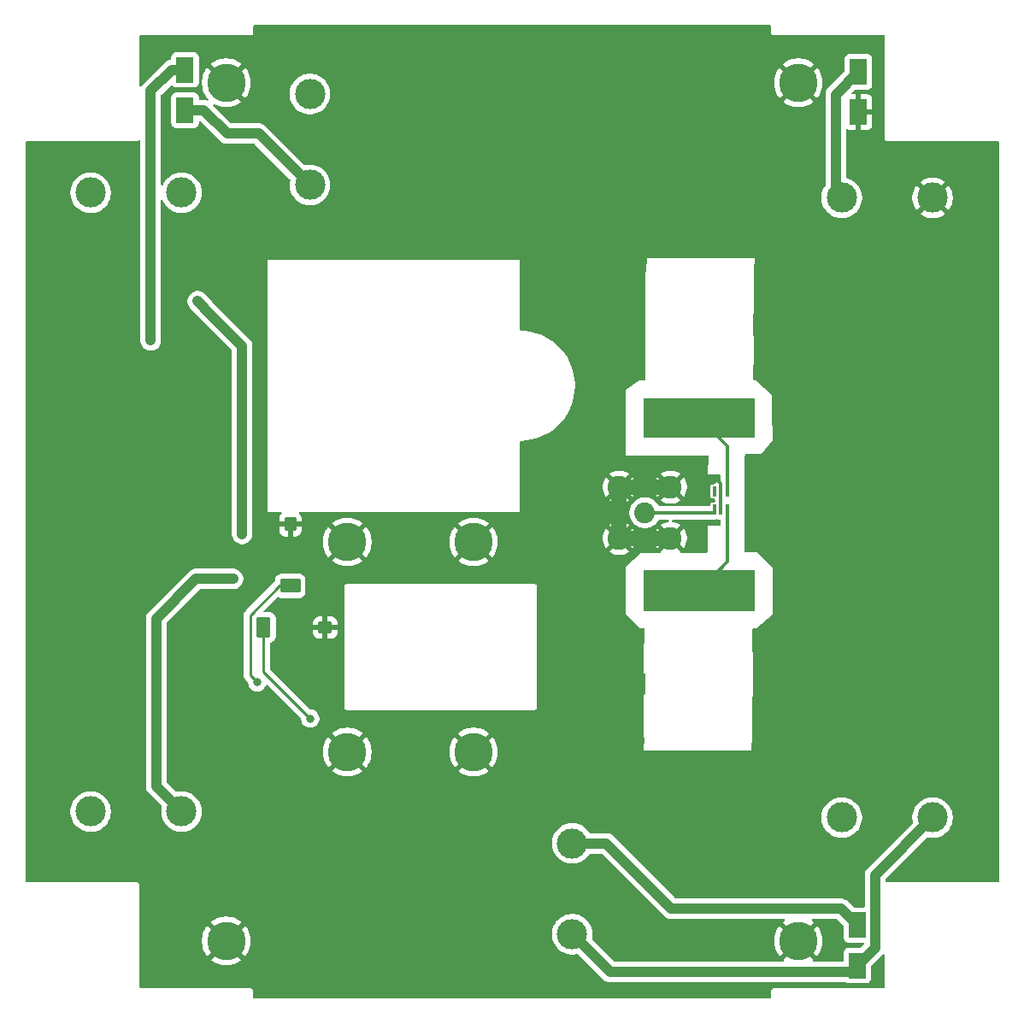
<source format=gtl>
%TF.GenerationSoftware,KiCad,Pcbnew,9.0.1*%
%TF.CreationDate,2025-04-07T03:16:16-07:00*%
%TF.ProjectId,ZPlus_Panel,5a506c75-735f-4506-916e-656c2e6b6963,2.4*%
%TF.SameCoordinates,Original*%
%TF.FileFunction,Copper,L1,Top*%
%TF.FilePolarity,Positive*%
%FSLAX46Y46*%
G04 Gerber Fmt 4.6, Leading zero omitted, Abs format (unit mm)*
G04 Created by KiCad (PCBNEW 9.0.1) date 2025-04-07 03:16:16*
%MOMM*%
%LPD*%
G01*
G04 APERTURE LIST*
G04 Aperture macros list*
%AMRoundRect*
0 Rectangle with rounded corners*
0 $1 Rounding radius*
0 $2 $3 $4 $5 $6 $7 $8 $9 X,Y pos of 4 corners*
0 Add a 4 corners polygon primitive as box body*
4,1,4,$2,$3,$4,$5,$6,$7,$8,$9,$2,$3,0*
0 Add four circle primitives for the rounded corners*
1,1,$1+$1,$2,$3*
1,1,$1+$1,$4,$5*
1,1,$1+$1,$6,$7*
1,1,$1+$1,$8,$9*
0 Add four rect primitives between the rounded corners*
20,1,$1+$1,$2,$3,$4,$5,0*
20,1,$1+$1,$4,$5,$6,$7,0*
20,1,$1+$1,$6,$7,$8,$9,0*
20,1,$1+$1,$8,$9,$2,$3,0*%
%AMFreePoly0*
4,1,5,2.000000,-5.500000,-2.000000,-5.500000,-2.000000,5.500000,2.000000,5.500000,2.000000,-5.500000,2.000000,-5.500000,$1*%
G04 Aperture macros list end*
%TA.AperFunction,ComponentPad*%
%ADD10C,3.000000*%
%TD*%
%TA.AperFunction,ComponentPad*%
%ADD11C,2.600000*%
%TD*%
%TA.AperFunction,ConnectorPad*%
%ADD12C,3.800000*%
%TD*%
%TA.AperFunction,SMDPad,CuDef*%
%ADD13RoundRect,0.175000X-0.825000X0.525000X-0.825000X-0.525000X0.825000X-0.525000X0.825000X0.525000X0*%
%TD*%
%TA.AperFunction,SMDPad,CuDef*%
%ADD14RoundRect,0.150000X-0.450000X0.550000X-0.450000X-0.550000X0.450000X-0.550000X0.450000X0.550000X0*%
%TD*%
%TA.AperFunction,SMDPad,CuDef*%
%ADD15R,1.700000X2.500000*%
%TD*%
%TA.AperFunction,WasherPad*%
%ADD16FreePoly0,90.000000*%
%TD*%
%TA.AperFunction,WasherPad*%
%ADD17R,11.000000X4.000000*%
%TD*%
%TA.AperFunction,SMDPad,CuDef*%
%ADD18R,3.000000X4.000000*%
%TD*%
%TA.AperFunction,SMDPad,CuDef*%
%ADD19RoundRect,0.175000X0.525000X0.825000X-0.525000X0.825000X-0.525000X-0.825000X0.525000X-0.825000X0*%
%TD*%
%TA.AperFunction,SMDPad,CuDef*%
%ADD20RoundRect,0.150000X0.550000X0.450000X-0.550000X0.450000X-0.550000X-0.450000X0.550000X-0.450000X0*%
%TD*%
%TA.AperFunction,SMDPad,CuDef*%
%ADD21R,0.350000X1.000000*%
%TD*%
%TA.AperFunction,ComponentPad*%
%ADD22C,2.050000*%
%TD*%
%TA.AperFunction,ComponentPad*%
%ADD23C,2.250000*%
%TD*%
%TA.AperFunction,ViaPad*%
%ADD24C,0.800000*%
%TD*%
%TA.AperFunction,Conductor*%
%ADD25C,0.342400*%
%TD*%
%TA.AperFunction,Conductor*%
%ADD26C,1.500000*%
%TD*%
%TA.AperFunction,Conductor*%
%ADD27C,1.000000*%
%TD*%
%TA.AperFunction,Conductor*%
%ADD28C,0.250000*%
%TD*%
G04 APERTURE END LIST*
D10*
%TO.P,SC2,1,+*%
%TO.N,Net-(D1-A)*%
X106738000Y-56893200D03*
%TO.P,SC2,2,-*%
%TO.N,Net-(D2-A)*%
X115738000Y-56893200D03*
%TD*%
D11*
%TO.P,H2,1,1*%
%TO.N,GND*%
X120163000Y-46000000D03*
D12*
X120163000Y-46000000D03*
%TD*%
D10*
%TO.P,SC4,1,+*%
%TO.N,Net-(D3-A)*%
X154438000Y-121350000D03*
%TO.P,SC4,2,-*%
%TO.N,Net-(D4-A)*%
X154438000Y-130350000D03*
%TD*%
D11*
%TO.P,H4,1,1*%
%TO.N,GND*%
X132163000Y-112293200D03*
D12*
X132163000Y-112293200D03*
%TD*%
D11*
%TO.P,H8,1,1*%
%TO.N,GND*%
X144663000Y-112293200D03*
D12*
X144663000Y-112293200D03*
%TD*%
D13*
%TO.P,D7,1,K*%
%TO.N,/Photodiodes and Op-Amp/IN1-*%
X126513000Y-95843200D03*
D14*
%TO.P,D7,2,A*%
%TO.N,GND*%
X126513000Y-89743200D03*
%TD*%
D11*
%TO.P,H7,1,1*%
%TO.N,GND*%
X144663000Y-91493200D03*
D12*
X144663000Y-91493200D03*
%TD*%
D11*
%TO.P,H5,1,1*%
%TO.N,GND*%
X176837000Y-46000000D03*
D12*
X176837000Y-46000000D03*
%TD*%
D15*
%TO.P,D0,1,K*%
%TO.N,VSOLAR*%
X116088000Y-44718200D03*
%TO.P,D0,2,A*%
%TO.N,Net-(D0-A)*%
X116088000Y-48718200D03*
%TD*%
D10*
%TO.P,SC1,1,+*%
%TO.N,Net-(D0-A)*%
X128463000Y-56118200D03*
%TO.P,SC1,2,-*%
%TO.N,Net-(D1-A)*%
X128463000Y-47118200D03*
%TD*%
%TO.P,SC6,1,+*%
%TO.N,Net-(D5-A)*%
X181138000Y-57393200D03*
%TO.P,SC6,2,-*%
%TO.N,GND*%
X190138000Y-57393200D03*
%TD*%
D16*
%TO.P,AE1,*%
%TO.N,*%
X167008000Y-96273200D03*
D17*
X167008000Y-79193200D03*
D18*
%TO.P,AE1,1*%
%TO.N,Net-(AE1-Pad1)*%
X170608000Y-96283200D03*
%TO.P,AE1,2*%
%TO.N,Net-(AE1-Pad2)*%
X170608000Y-79183200D03*
%TD*%
D10*
%TO.P,SC3,1,+*%
%TO.N,Net-(D2-A)*%
X115738000Y-118193200D03*
%TO.P,SC3,2,-*%
%TO.N,Net-(D3-A)*%
X106738000Y-118193200D03*
%TD*%
D11*
%TO.P,H6,1,1*%
%TO.N,GND*%
X176837000Y-131000000D03*
D12*
X176837000Y-131000000D03*
%TD*%
D19*
%TO.P,D8,1,K*%
%TO.N,/Photodiodes and Op-Amp/IN2-*%
X123863000Y-99968200D03*
D20*
%TO.P,D8,2,A*%
%TO.N,GND*%
X129963000Y-99968200D03*
%TD*%
D10*
%TO.P,SC5,1,+*%
%TO.N,Net-(D4-A)*%
X190138000Y-118793200D03*
%TO.P,SC5,2,-*%
%TO.N,Net-(D5-A)*%
X181138000Y-118793200D03*
%TD*%
D15*
%TO.P,D6,1,K*%
%TO.N,Net-(D5-A)*%
X182788000Y-44918200D03*
%TO.P,D6,2,A*%
%TO.N,GND*%
X182788000Y-48918200D03*
%TD*%
D11*
%TO.P,H1,1,1*%
%TO.N,GND*%
X120163000Y-131000000D03*
D12*
X120163000Y-131000000D03*
%TD*%
D21*
%TO.P,U2,1,UnBalanced_Port*%
%TO.N,Net-(J1-In)*%
X168512000Y-88277200D03*
%TO.P,U2,2,GND*%
%TO.N,GND*%
X169162000Y-88277200D03*
%TO.P,U2,3,Balanced_Port*%
%TO.N,Net-(AE1-Pad1)*%
X169812000Y-88277200D03*
%TO.P,U2,4,Balanced_Port*%
%TO.N,Net-(AE1-Pad2)*%
X169812000Y-86477200D03*
%TO.P,U2,5,GND*%
%TO.N,GND*%
X169162000Y-86477200D03*
%TO.P,U2,6,NC*%
%TO.N,unconnected-(U2-NC-Pad6)*%
X168512000Y-86477200D03*
%TD*%
D11*
%TO.P,H3,1,1*%
%TO.N,GND*%
X132163000Y-91493200D03*
D12*
X132163000Y-91493200D03*
%TD*%
D15*
%TO.P,D4,1,K*%
%TO.N,Net-(D3-A)*%
X182688000Y-129443200D03*
%TO.P,D4,2,A*%
%TO.N,Net-(D4-A)*%
X182688000Y-133443200D03*
%TD*%
D22*
%TO.P,J1,1,In*%
%TO.N,Net-(J1-In)*%
X161638000Y-88593200D03*
D23*
%TO.P,J1,2,Ext*%
%TO.N,GND*%
X159098000Y-91133200D03*
X164178000Y-91133200D03*
X159098000Y-86053200D03*
X164178000Y-86053200D03*
%TD*%
D24*
%TO.N,GND*%
X159563000Y-107668200D03*
X172313000Y-87693200D03*
X167038000Y-91993200D03*
X158838000Y-79193200D03*
X167038000Y-87193200D03*
X159038000Y-68993200D03*
X159563000Y-99668200D03*
X196038000Y-86218200D03*
X157938000Y-105218200D03*
X167038000Y-85393200D03*
X173390000Y-109609200D03*
X173390000Y-111609200D03*
X119688000Y-109743200D03*
X160838000Y-100793200D03*
X173390000Y-70049200D03*
X157938000Y-103218200D03*
X160838000Y-104793200D03*
X160638000Y-70593200D03*
X173390000Y-68049200D03*
X157938000Y-107218200D03*
X173390000Y-107609200D03*
X159038000Y-70993200D03*
X117088000Y-110943200D03*
X167038000Y-90193200D03*
X173390000Y-103609200D03*
X159563000Y-111668200D03*
X157688000Y-68093200D03*
X160638000Y-66593200D03*
X159038000Y-64993200D03*
X157938000Y-111218200D03*
X173738000Y-85693200D03*
X160638000Y-64993200D03*
X160838000Y-110193200D03*
X172313000Y-85693200D03*
X173738000Y-91693200D03*
X157938000Y-101218200D03*
X157513000Y-81668200D03*
X160638000Y-63593200D03*
X158838000Y-81193200D03*
X158838000Y-97793200D03*
X157688000Y-76093200D03*
X157688000Y-70093200D03*
X158838000Y-83593200D03*
X159563000Y-109668200D03*
X157938000Y-99218200D03*
X157763000Y-97293200D03*
X115738000Y-101793200D03*
X122338000Y-114643200D03*
X164912000Y-83669200D03*
X173390000Y-74049200D03*
X160838000Y-102793200D03*
X144513000Y-43168200D03*
X172313000Y-83693200D03*
X147713000Y-130343200D03*
X158838000Y-93793200D03*
X173390000Y-105609200D03*
X160638000Y-72593200D03*
X173390000Y-72049200D03*
X153888000Y-50243200D03*
X102313000Y-123868200D03*
X158838000Y-75193200D03*
X172313000Y-89693200D03*
X160838000Y-111993200D03*
X158838000Y-73193200D03*
X157513000Y-83668200D03*
X157613000Y-77993200D03*
X172313000Y-91693200D03*
X158838000Y-95793200D03*
X159038000Y-66993200D03*
X157763000Y-95293200D03*
X157613000Y-79993200D03*
X119338000Y-102893200D03*
X160838000Y-106793200D03*
X173390000Y-101609200D03*
X159563000Y-105668200D03*
X121338000Y-125293200D03*
X162912000Y-83669200D03*
X159038000Y-63593200D03*
X157938000Y-109218200D03*
X157688000Y-72093200D03*
X172763000Y-136093200D03*
X159738000Y-131843200D03*
X173390000Y-64049200D03*
X157688000Y-74093200D03*
X160838000Y-108793200D03*
X173390000Y-66049200D03*
X122938000Y-113818200D03*
X159563000Y-101668200D03*
X159563000Y-103668200D03*
X122488000Y-108043200D03*
X115638000Y-109293200D03*
X173738000Y-87693200D03*
X173738000Y-83693200D03*
X173738000Y-89693200D03*
X155038000Y-126543200D03*
X160638000Y-68593200D03*
X157363000Y-93843200D03*
X160912000Y-83669200D03*
X166912000Y-83669200D03*
X158838000Y-77193200D03*
X160638000Y-74593200D03*
%TO.N,VSOLAR*%
X112688000Y-71543200D03*
%TO.N,Net-(D2-A)*%
X120863000Y-95143200D03*
X121738000Y-90693200D03*
X117338000Y-67643200D03*
%TO.N,/Photodiodes and Op-Amp/IN1-*%
X123238000Y-105393200D03*
%TO.N,/Photodiodes and Op-Amp/IN2-*%
X128488000Y-108993200D03*
%TD*%
D25*
%TO.N,Net-(AE1-Pad1)*%
X167008000Y-96273200D02*
X169812000Y-93469200D01*
X169812000Y-93469200D02*
X169812000Y-88277200D01*
%TO.N,Net-(AE1-Pad2)*%
X169812000Y-81997200D02*
X167008000Y-79193200D01*
X169812000Y-86477200D02*
X169812000Y-81997200D01*
D26*
%TO.N,GND*%
X159098000Y-91133200D02*
X164178000Y-91133200D01*
X159098000Y-86053200D02*
X159098000Y-91133200D01*
X164178000Y-86053200D02*
X159098000Y-86053200D01*
D25*
X169162000Y-86477200D02*
X169162000Y-85709800D01*
X168845400Y-85393200D02*
X167038000Y-85393200D01*
X169162000Y-85709800D02*
X168845400Y-85393200D01*
X169162000Y-86477200D02*
X169162000Y-88277200D01*
D27*
%TO.N,VSOLAR*%
X112688000Y-46818200D02*
X114788000Y-44718200D01*
X112688000Y-71543200D02*
X112688000Y-46818200D01*
X114788000Y-44718200D02*
X116088000Y-44718200D01*
%TO.N,Net-(D2-A)*%
X118013000Y-68318200D02*
X118013000Y-68343200D01*
X120863000Y-95143200D02*
X117188000Y-95143200D01*
X113238000Y-99093200D02*
X113238000Y-115693200D01*
X118013000Y-68343200D02*
X121738000Y-72068200D01*
X113238000Y-115693200D02*
X115738000Y-118193200D01*
X117188000Y-95143200D02*
X113238000Y-99093200D01*
X117338000Y-67643200D02*
X118013000Y-68318200D01*
X121738000Y-72068200D02*
X121738000Y-90693200D01*
%TO.N,Net-(D3-A)*%
X182688000Y-129443200D02*
X181063000Y-127818200D01*
X181063000Y-127818200D02*
X164263000Y-127818200D01*
X164263000Y-127818200D02*
X157794800Y-121350000D01*
X157794800Y-121350000D02*
X154438000Y-121350000D01*
%TO.N,Net-(D4-A)*%
X182688000Y-133443200D02*
X182030000Y-134101200D01*
X184438000Y-124493200D02*
X190138000Y-118793200D01*
X158201200Y-134101200D02*
X154450000Y-130350000D01*
X154450000Y-130350000D02*
X154438000Y-130350000D01*
X182030000Y-134101200D02*
X158201200Y-134101200D01*
X184438000Y-131693200D02*
X184438000Y-124493200D01*
X182688000Y-133443200D02*
X184438000Y-131693200D01*
%TO.N,Net-(D5-A)*%
X180538000Y-56793200D02*
X181138000Y-57393200D01*
X180538000Y-47168200D02*
X180538000Y-56793200D01*
X182788000Y-44918200D02*
X180538000Y-47168200D01*
%TO.N,Net-(D0-A)*%
X116088000Y-48718200D02*
X117913000Y-48718200D01*
X120238000Y-51043200D02*
X123388000Y-51043200D01*
X123388000Y-51043200D02*
X128463000Y-56118200D01*
X117913000Y-48718200D02*
X120238000Y-51043200D01*
D25*
%TO.N,Net-(J1-In)*%
X168390000Y-88633200D02*
X161678000Y-88633200D01*
D28*
X161678000Y-88633200D02*
X161638000Y-88593200D01*
%TO.N,/Photodiodes and Op-Amp/IN1-*%
X122538000Y-98743200D02*
X122538000Y-104693200D01*
X126513000Y-95843200D02*
X125438000Y-95843200D01*
X125438000Y-95843200D02*
X122538000Y-98743200D01*
X122538000Y-104693200D02*
X123238000Y-105393200D01*
%TO.N,/Photodiodes and Op-Amp/IN2-*%
X123863000Y-104368200D02*
X128488000Y-108993200D01*
X123863000Y-99968200D02*
X123863000Y-104368200D01*
%TD*%
%TA.AperFunction,Conductor*%
%TO.N,GND*%
G36*
X168773185Y-89239636D02*
G01*
X168877912Y-89278696D01*
X168877910Y-89278696D01*
X168938392Y-89285198D01*
X168938420Y-89285200D01*
X169030800Y-89285200D01*
X169090460Y-89304585D01*
X169127332Y-89355335D01*
X169132300Y-89386700D01*
X169132300Y-89765300D01*
X169112915Y-89824960D01*
X169062165Y-89861832D01*
X169030800Y-89866800D01*
X167820800Y-89866800D01*
X167820800Y-92457700D01*
X167801415Y-92517360D01*
X167750665Y-92554232D01*
X167719300Y-92559200D01*
X165240527Y-92559200D01*
X165180867Y-92539815D01*
X165143995Y-92489065D01*
X165139878Y-92454288D01*
X164574562Y-91888971D01*
X164580626Y-91886460D01*
X164719844Y-91793438D01*
X164838238Y-91675044D01*
X164931260Y-91535826D01*
X164933771Y-91529761D01*
X165498256Y-92094246D01*
X165574670Y-91989073D01*
X165574671Y-91989071D01*
X165691360Y-91760057D01*
X165691361Y-91760055D01*
X165770790Y-91515597D01*
X165770793Y-91515587D01*
X165810999Y-91261727D01*
X165811000Y-91261716D01*
X165811000Y-91004683D01*
X165810999Y-91004672D01*
X165770793Y-90750812D01*
X165770790Y-90750802D01*
X165691361Y-90506344D01*
X165691360Y-90506342D01*
X165574669Y-90277325D01*
X165574665Y-90277318D01*
X165498257Y-90172151D01*
X164933771Y-90736637D01*
X164931260Y-90730574D01*
X164838238Y-90591356D01*
X164719844Y-90472962D01*
X164580626Y-90379940D01*
X164574561Y-90377428D01*
X165139047Y-89812941D01*
X165033881Y-89736534D01*
X165033874Y-89736530D01*
X164804857Y-89619839D01*
X164804855Y-89619838D01*
X164560397Y-89540409D01*
X164560387Y-89540406D01*
X164397759Y-89514650D01*
X164341865Y-89486172D01*
X164313386Y-89430279D01*
X164323199Y-89368321D01*
X164367555Y-89323963D01*
X164413636Y-89312900D01*
X168456945Y-89312900D01*
X168588261Y-89286780D01*
X168698874Y-89240962D01*
X168761410Y-89236042D01*
X168773185Y-89239636D01*
G37*
%TD.AperFunction*%
%TA.AperFunction,Conductor*%
G36*
X169170615Y-86712232D02*
G01*
X169182274Y-86733050D01*
X169209655Y-86799156D01*
X169209656Y-86799157D01*
X169209657Y-86799159D01*
X169284042Y-86910484D01*
X169284045Y-86910487D01*
X169307271Y-86933713D01*
X169335750Y-86989606D01*
X169337000Y-87005484D01*
X169337000Y-87748916D01*
X169317615Y-87808576D01*
X169307271Y-87820687D01*
X169284045Y-87843912D01*
X169284038Y-87843921D01*
X169209656Y-87955242D01*
X169209655Y-87955243D01*
X169182274Y-88021349D01*
X169141534Y-88069050D01*
X169080537Y-88083694D01*
X169022581Y-88059688D01*
X168989804Y-88006202D01*
X168987000Y-87982507D01*
X168987000Y-86771892D01*
X169006385Y-86712232D01*
X169057135Y-86675360D01*
X169119865Y-86675360D01*
X169170615Y-86712232D01*
G37*
%TD.AperFunction*%
%TA.AperFunction,Conductor*%
G36*
X174107660Y-40319885D02*
G01*
X174144532Y-40370635D01*
X174149500Y-40402000D01*
X174149500Y-41039563D01*
X174169976Y-41115981D01*
X174169981Y-41115995D01*
X174202637Y-41172554D01*
X174209540Y-41184511D01*
X174209542Y-41184513D01*
X174209545Y-41184517D01*
X174265482Y-41240454D01*
X174265485Y-41240456D01*
X174265489Y-41240460D01*
X174293771Y-41256789D01*
X174334004Y-41280018D01*
X174334008Y-41280019D01*
X174334011Y-41280021D01*
X174334016Y-41280022D01*
X174334018Y-41280023D01*
X174410436Y-41300500D01*
X174410438Y-41300500D01*
X174489562Y-41300500D01*
X185298000Y-41300500D01*
X185357660Y-41319885D01*
X185394532Y-41370635D01*
X185399500Y-41402000D01*
X185399500Y-51539563D01*
X185419976Y-51615981D01*
X185419981Y-51615995D01*
X185452637Y-51672554D01*
X185459540Y-51684511D01*
X185459542Y-51684513D01*
X185459545Y-51684517D01*
X185515482Y-51740454D01*
X185515485Y-51740456D01*
X185515489Y-51740460D01*
X185543771Y-51756789D01*
X185584004Y-51780018D01*
X185584008Y-51780019D01*
X185584011Y-51780021D01*
X185584016Y-51780022D01*
X185584018Y-51780023D01*
X185660436Y-51800500D01*
X185660438Y-51800500D01*
X196598000Y-51800500D01*
X196657660Y-51819885D01*
X196694532Y-51870635D01*
X196699500Y-51902000D01*
X196699500Y-125098000D01*
X196680115Y-125157660D01*
X196629365Y-125194532D01*
X196598000Y-125199500D01*
X185660436Y-125199500D01*
X185580108Y-125221023D01*
X185579365Y-125221564D01*
X185578093Y-125221564D01*
X185577585Y-125221700D01*
X185577549Y-125221564D01*
X185551796Y-125221564D01*
X185524302Y-125223727D01*
X185520773Y-125221564D01*
X185516635Y-125221564D01*
X185494332Y-125205360D01*
X185470817Y-125190949D01*
X185469232Y-125187124D01*
X185465885Y-125184692D01*
X185457364Y-125158468D01*
X185446813Y-125132993D01*
X185446500Y-125125032D01*
X185446500Y-124952975D01*
X185465885Y-124893315D01*
X185476223Y-124881210D01*
X189581465Y-120775967D01*
X189637356Y-120747490D01*
X189679500Y-120749697D01*
X189745320Y-120767334D01*
X190006356Y-120801700D01*
X190006361Y-120801700D01*
X190269639Y-120801700D01*
X190269644Y-120801700D01*
X190530680Y-120767334D01*
X190784997Y-120699190D01*
X191028243Y-120598434D01*
X191256257Y-120466790D01*
X191465138Y-120306511D01*
X191651311Y-120120338D01*
X191811590Y-119911457D01*
X191943234Y-119683443D01*
X192043990Y-119440197D01*
X192112134Y-119185880D01*
X192146500Y-118924844D01*
X192146500Y-118661556D01*
X192112134Y-118400520D01*
X192043990Y-118146203D01*
X191943234Y-117902957D01*
X191811590Y-117674943D01*
X191651311Y-117466062D01*
X191651306Y-117466057D01*
X191651305Y-117466055D01*
X191465144Y-117279894D01*
X191465142Y-117279893D01*
X191465138Y-117279889D01*
X191256257Y-117119610D01*
X191028243Y-116987966D01*
X191028241Y-116987965D01*
X190784996Y-116887209D01*
X190784993Y-116887208D01*
X190530680Y-116819066D01*
X190530684Y-116819066D01*
X190414664Y-116803792D01*
X190269644Y-116784700D01*
X190006356Y-116784700D01*
X189843208Y-116806178D01*
X189745317Y-116819066D01*
X189491006Y-116887208D01*
X189491003Y-116887209D01*
X189247758Y-116987965D01*
X189019744Y-117119609D01*
X188810857Y-117279893D01*
X188810855Y-117279894D01*
X188624694Y-117466055D01*
X188624693Y-117466057D01*
X188464409Y-117674944D01*
X188332765Y-117902958D01*
X188232009Y-118146203D01*
X188232008Y-118146206D01*
X188163866Y-118400517D01*
X188163866Y-118400520D01*
X188129500Y-118661556D01*
X188129500Y-118924844D01*
X188150380Y-119083441D01*
X188163866Y-119185881D01*
X188163866Y-119185884D01*
X188181500Y-119251695D01*
X188178216Y-119314340D01*
X188155229Y-119349735D01*
X183795119Y-123709847D01*
X183654650Y-123850315D01*
X183654643Y-123850324D01*
X183544277Y-124015497D01*
X183544277Y-124015498D01*
X183468257Y-124199028D01*
X183468256Y-124199029D01*
X183429500Y-124393870D01*
X183429500Y-127583200D01*
X183410115Y-127642860D01*
X183359365Y-127679732D01*
X183328000Y-127684700D01*
X182397776Y-127684700D01*
X182338116Y-127665315D01*
X182326005Y-127654971D01*
X181705884Y-127034850D01*
X181705881Y-127034847D01*
X181540704Y-126924479D01*
X181540703Y-126924478D01*
X181540701Y-126924477D01*
X181357171Y-126848457D01*
X181357170Y-126848456D01*
X181162329Y-126809700D01*
X164722776Y-126809700D01*
X164663116Y-126790315D01*
X164651005Y-126779971D01*
X158437684Y-120566650D01*
X158437681Y-120566647D01*
X158272504Y-120456279D01*
X158272503Y-120456278D01*
X158272501Y-120456277D01*
X158088971Y-120380257D01*
X158088970Y-120380256D01*
X157894129Y-120341500D01*
X156233559Y-120341500D01*
X156173899Y-120322115D01*
X156145658Y-120290750D01*
X156111596Y-120231754D01*
X156111590Y-120231743D01*
X155951311Y-120022862D01*
X155951306Y-120022857D01*
X155951305Y-120022855D01*
X155765144Y-119836694D01*
X155765142Y-119836693D01*
X155765138Y-119836689D01*
X155556257Y-119676410D01*
X155328243Y-119544766D01*
X155328241Y-119544765D01*
X155084996Y-119444009D01*
X155084993Y-119444008D01*
X154830680Y-119375866D01*
X154830684Y-119375866D01*
X154714664Y-119360592D01*
X154569644Y-119341500D01*
X154306356Y-119341500D01*
X154143208Y-119362978D01*
X154045317Y-119375866D01*
X153791006Y-119444008D01*
X153791003Y-119444009D01*
X153547758Y-119544765D01*
X153319744Y-119676409D01*
X153110857Y-119836693D01*
X153110855Y-119836694D01*
X152924694Y-120022855D01*
X152924693Y-120022857D01*
X152764409Y-120231744D01*
X152632765Y-120459758D01*
X152532009Y-120703003D01*
X152532008Y-120703006D01*
X152463866Y-120957317D01*
X152463866Y-120957320D01*
X152429500Y-121218356D01*
X152429500Y-121481644D01*
X152454047Y-121668098D01*
X152463866Y-121742682D01*
X152532008Y-121996993D01*
X152532009Y-121996996D01*
X152632765Y-122240241D01*
X152632766Y-122240243D01*
X152764410Y-122468257D01*
X152924689Y-122677138D01*
X152924693Y-122677142D01*
X152924694Y-122677144D01*
X153110855Y-122863305D01*
X153110857Y-122863306D01*
X153110862Y-122863311D01*
X153319743Y-123023590D01*
X153547757Y-123155234D01*
X153791003Y-123255990D01*
X153791006Y-123255991D01*
X153844748Y-123270391D01*
X154045316Y-123324133D01*
X154045317Y-123324133D01*
X154045320Y-123324134D01*
X154306356Y-123358500D01*
X154306361Y-123358500D01*
X154569639Y-123358500D01*
X154569644Y-123358500D01*
X154830680Y-123324134D01*
X155084997Y-123255990D01*
X155328243Y-123155234D01*
X155556257Y-123023590D01*
X155765138Y-122863311D01*
X155951311Y-122677138D01*
X156111590Y-122468257D01*
X156145658Y-122409250D01*
X156192276Y-122367275D01*
X156233559Y-122358500D01*
X157335024Y-122358500D01*
X157394684Y-122377885D01*
X157406795Y-122388229D01*
X163620119Y-128601553D01*
X163785296Y-128711921D01*
X163968831Y-128787944D01*
X164163671Y-128826700D01*
X164362329Y-128826700D01*
X175417431Y-128826700D01*
X175477091Y-128846085D01*
X175513963Y-128896835D01*
X175513963Y-128959565D01*
X175477091Y-129010315D01*
X175471432Y-129014142D01*
X175441369Y-129033031D01*
X175441358Y-129033039D01*
X175323353Y-129127144D01*
X176257538Y-130061329D01*
X176120398Y-130160967D01*
X175997967Y-130283398D01*
X175898329Y-130420538D01*
X174964144Y-129486353D01*
X174870039Y-129604358D01*
X174870037Y-129604361D01*
X174726141Y-129833368D01*
X174726137Y-129833375D01*
X174608794Y-130077043D01*
X174608789Y-130077053D01*
X174519470Y-130332311D01*
X174519464Y-130332334D01*
X174459282Y-130596006D01*
X174429000Y-130864764D01*
X174429000Y-131135235D01*
X174459282Y-131403993D01*
X174519464Y-131667665D01*
X174519470Y-131667688D01*
X174608789Y-131922946D01*
X174608794Y-131922956D01*
X174726137Y-132166624D01*
X174726146Y-132166639D01*
X174870029Y-132395628D01*
X174870034Y-132395634D01*
X174964144Y-132513645D01*
X175898328Y-131579460D01*
X175997967Y-131716602D01*
X176120398Y-131839033D01*
X176257538Y-131938670D01*
X175323353Y-132872854D01*
X175372245Y-132911844D01*
X175406803Y-132964197D01*
X175403989Y-133026864D01*
X175364877Y-133075909D01*
X175308961Y-133092700D01*
X158660976Y-133092700D01*
X158601316Y-133073315D01*
X158589205Y-133062971D01*
X156423305Y-130897071D01*
X156394826Y-130841178D01*
X156397035Y-130799030D01*
X156412133Y-130742682D01*
X156412134Y-130742680D01*
X156446500Y-130481644D01*
X156446500Y-130218356D01*
X156412134Y-129957320D01*
X156343990Y-129703003D01*
X156243234Y-129459757D01*
X156111590Y-129231743D01*
X155951311Y-129022862D01*
X155951306Y-129022857D01*
X155951305Y-129022855D01*
X155765144Y-128836694D01*
X155765142Y-128836693D01*
X155765138Y-128836689D01*
X155556257Y-128676410D01*
X155328243Y-128544766D01*
X155328241Y-128544765D01*
X155084996Y-128444009D01*
X155084993Y-128444008D01*
X154830680Y-128375866D01*
X154830684Y-128375866D01*
X154714664Y-128360592D01*
X154569644Y-128341500D01*
X154306356Y-128341500D01*
X154143208Y-128362978D01*
X154045317Y-128375866D01*
X153791006Y-128444008D01*
X153791003Y-128444009D01*
X153547758Y-128544765D01*
X153319744Y-128676409D01*
X153110857Y-128836693D01*
X153110855Y-128836694D01*
X152924694Y-129022855D01*
X152924693Y-129022857D01*
X152924689Y-129022861D01*
X152924689Y-129022862D01*
X152916880Y-129033039D01*
X152764409Y-129231744D01*
X152632765Y-129459758D01*
X152532009Y-129703003D01*
X152532008Y-129703006D01*
X152463866Y-129957317D01*
X152463866Y-129957320D01*
X152429500Y-130218356D01*
X152429500Y-130481644D01*
X152444556Y-130596006D01*
X152463866Y-130742682D01*
X152532008Y-130996993D01*
X152532009Y-130996996D01*
X152616801Y-131201700D01*
X152632766Y-131240243D01*
X152764410Y-131468257D01*
X152924689Y-131677138D01*
X152924693Y-131677142D01*
X152924694Y-131677144D01*
X153110855Y-131863305D01*
X153110857Y-131863306D01*
X153110862Y-131863311D01*
X153319743Y-132023590D01*
X153547757Y-132155234D01*
X153791003Y-132255990D01*
X153791006Y-132255991D01*
X153844748Y-132270391D01*
X154045316Y-132324133D01*
X154045317Y-132324133D01*
X154045320Y-132324134D01*
X154306356Y-132358500D01*
X154306361Y-132358500D01*
X154569639Y-132358500D01*
X154569644Y-132358500D01*
X154830680Y-132324134D01*
X154905958Y-132303963D01*
X154968602Y-132307245D01*
X155003999Y-132330233D01*
X157558314Y-134884549D01*
X157558319Y-134884553D01*
X157723499Y-134994924D01*
X157853241Y-135048663D01*
X157853275Y-135048677D01*
X157907031Y-135070944D01*
X158101871Y-135109700D01*
X181512075Y-135109700D01*
X181571735Y-135129085D01*
X181572899Y-135129943D01*
X181591796Y-135144089D01*
X181728799Y-135195189D01*
X181789362Y-135201700D01*
X181789372Y-135201700D01*
X183586628Y-135201700D01*
X183586638Y-135201700D01*
X183647201Y-135195189D01*
X183784204Y-135144089D01*
X183901261Y-135056461D01*
X183988889Y-134939404D01*
X184039989Y-134802401D01*
X184046500Y-134741838D01*
X184046500Y-133552976D01*
X184065885Y-133493316D01*
X184076229Y-133481205D01*
X184645591Y-132911844D01*
X185221354Y-132336081D01*
X185221354Y-132336080D01*
X185224880Y-132332555D01*
X185226294Y-132333969D01*
X185272365Y-132304473D01*
X185334987Y-132308161D01*
X185383481Y-132347953D01*
X185399500Y-132402682D01*
X185399500Y-135598000D01*
X185380115Y-135657660D01*
X185329365Y-135694532D01*
X185298000Y-135699500D01*
X174410436Y-135699500D01*
X174334018Y-135719976D01*
X174334004Y-135719981D01*
X174265492Y-135759538D01*
X174265482Y-135759545D01*
X174209545Y-135815482D01*
X174209538Y-135815492D01*
X174169981Y-135884004D01*
X174169976Y-135884018D01*
X174149500Y-135960436D01*
X174149500Y-136598000D01*
X174130115Y-136657660D01*
X174079365Y-136694532D01*
X174048000Y-136699500D01*
X122952000Y-136699500D01*
X122892340Y-136680115D01*
X122855468Y-136629365D01*
X122850500Y-136598000D01*
X122850500Y-135960436D01*
X122830023Y-135884018D01*
X122830018Y-135884004D01*
X122806789Y-135843771D01*
X122790460Y-135815489D01*
X122790456Y-135815485D01*
X122790454Y-135815482D01*
X122734517Y-135759545D01*
X122734513Y-135759542D01*
X122734511Y-135759540D01*
X122722554Y-135752637D01*
X122665995Y-135719981D01*
X122665981Y-135719976D01*
X122589564Y-135699500D01*
X122589562Y-135699500D01*
X111702000Y-135699500D01*
X111642340Y-135680115D01*
X111605468Y-135629365D01*
X111600500Y-135598000D01*
X111600500Y-130864764D01*
X117755000Y-130864764D01*
X117755000Y-131135235D01*
X117785282Y-131403993D01*
X117845464Y-131667665D01*
X117845470Y-131667688D01*
X117934789Y-131922946D01*
X117934794Y-131922956D01*
X118052137Y-132166624D01*
X118052146Y-132166639D01*
X118196029Y-132395628D01*
X118196034Y-132395634D01*
X118290144Y-132513645D01*
X119224328Y-131579460D01*
X119323967Y-131716602D01*
X119446398Y-131839033D01*
X119583538Y-131938670D01*
X118649353Y-132872854D01*
X118767365Y-132966965D01*
X118767371Y-132966970D01*
X118996360Y-133110853D01*
X118996375Y-133110862D01*
X119240043Y-133228205D01*
X119240053Y-133228210D01*
X119495311Y-133317529D01*
X119495334Y-133317535D01*
X119759007Y-133377717D01*
X119759005Y-133377717D01*
X120027764Y-133407999D01*
X120027773Y-133408000D01*
X120298227Y-133408000D01*
X120298235Y-133407999D01*
X120566993Y-133377717D01*
X120830665Y-133317535D01*
X120830688Y-133317529D01*
X121085946Y-133228210D01*
X121085956Y-133228205D01*
X121329624Y-133110862D01*
X121329639Y-133110853D01*
X121558628Y-132966970D01*
X121558634Y-132966965D01*
X121676645Y-132872854D01*
X120742461Y-131938670D01*
X120879602Y-131839033D01*
X121002033Y-131716602D01*
X121101670Y-131579461D01*
X122035854Y-132513645D01*
X122129965Y-132395634D01*
X122129970Y-132395628D01*
X122273853Y-132166639D01*
X122273862Y-132166624D01*
X122391205Y-131922956D01*
X122391210Y-131922946D01*
X122480529Y-131667688D01*
X122480535Y-131667665D01*
X122540717Y-131403993D01*
X122570999Y-131135235D01*
X122571000Y-131135227D01*
X122571000Y-130864772D01*
X122570999Y-130864764D01*
X122540717Y-130596006D01*
X122480535Y-130332334D01*
X122480529Y-130332311D01*
X122391210Y-130077053D01*
X122391205Y-130077043D01*
X122273862Y-129833375D01*
X122273853Y-129833360D01*
X122129970Y-129604371D01*
X122129965Y-129604365D01*
X122035854Y-129486353D01*
X121101669Y-130420537D01*
X121002033Y-130283398D01*
X120879602Y-130160967D01*
X120742461Y-130061329D01*
X121676645Y-129127144D01*
X121558634Y-129033034D01*
X121558628Y-129033029D01*
X121329639Y-128889146D01*
X121329624Y-128889137D01*
X121085956Y-128771794D01*
X121085946Y-128771789D01*
X120830688Y-128682470D01*
X120830665Y-128682464D01*
X120566992Y-128622282D01*
X120566994Y-128622282D01*
X120298235Y-128592000D01*
X120027764Y-128592000D01*
X119759006Y-128622282D01*
X119495334Y-128682464D01*
X119495311Y-128682470D01*
X119240053Y-128771789D01*
X119240043Y-128771794D01*
X118996375Y-128889137D01*
X118996368Y-128889141D01*
X118767361Y-129033037D01*
X118767358Y-129033039D01*
X118649353Y-129127144D01*
X119583538Y-130061329D01*
X119446398Y-130160967D01*
X119323967Y-130283398D01*
X119224329Y-130420538D01*
X118290144Y-129486353D01*
X118196039Y-129604358D01*
X118196037Y-129604361D01*
X118052141Y-129833368D01*
X118052137Y-129833375D01*
X117934794Y-130077043D01*
X117934789Y-130077053D01*
X117845470Y-130332311D01*
X117845464Y-130332334D01*
X117785282Y-130596006D01*
X117755000Y-130864764D01*
X111600500Y-130864764D01*
X111600500Y-125460436D01*
X111580023Y-125384018D01*
X111580018Y-125384004D01*
X111553500Y-125338075D01*
X111540460Y-125315489D01*
X111540456Y-125315485D01*
X111540454Y-125315482D01*
X111484517Y-125259545D01*
X111484513Y-125259542D01*
X111484511Y-125259540D01*
X111472554Y-125252637D01*
X111415995Y-125219981D01*
X111415981Y-125219976D01*
X111339564Y-125199500D01*
X111339562Y-125199500D01*
X100402000Y-125199500D01*
X100342340Y-125180115D01*
X100305468Y-125129365D01*
X100300500Y-125098000D01*
X100300500Y-118061556D01*
X104729500Y-118061556D01*
X104729500Y-118324844D01*
X104739463Y-118400517D01*
X104763866Y-118585882D01*
X104832008Y-118840193D01*
X104832009Y-118840196D01*
X104867072Y-118924844D01*
X104932766Y-119083443D01*
X105064410Y-119311457D01*
X105224689Y-119520338D01*
X105224693Y-119520342D01*
X105224694Y-119520344D01*
X105410855Y-119706505D01*
X105410857Y-119706506D01*
X105410862Y-119706511D01*
X105619743Y-119866790D01*
X105847757Y-119998434D01*
X106091003Y-120099190D01*
X106091006Y-120099191D01*
X106144748Y-120113591D01*
X106345316Y-120167333D01*
X106345317Y-120167333D01*
X106345320Y-120167334D01*
X106606356Y-120201700D01*
X106606361Y-120201700D01*
X106869639Y-120201700D01*
X106869644Y-120201700D01*
X107130680Y-120167334D01*
X107384997Y-120099190D01*
X107628243Y-119998434D01*
X107856257Y-119866790D01*
X108065138Y-119706511D01*
X108251311Y-119520338D01*
X108411590Y-119311457D01*
X108543234Y-119083443D01*
X108643990Y-118840197D01*
X108712134Y-118585880D01*
X108746500Y-118324844D01*
X108746500Y-118061556D01*
X108712134Y-117800520D01*
X108643990Y-117546203D01*
X108543234Y-117302957D01*
X108411590Y-117074943D01*
X108251311Y-116866062D01*
X108251306Y-116866057D01*
X108251305Y-116866055D01*
X108065144Y-116679894D01*
X108065142Y-116679893D01*
X108065138Y-116679889D01*
X107856257Y-116519610D01*
X107628243Y-116387966D01*
X107628241Y-116387965D01*
X107384996Y-116287209D01*
X107384993Y-116287208D01*
X107130680Y-116219066D01*
X107130684Y-116219066D01*
X107014664Y-116203792D01*
X106869644Y-116184700D01*
X106606356Y-116184700D01*
X106443208Y-116206178D01*
X106345317Y-116219066D01*
X106091006Y-116287208D01*
X106091003Y-116287209D01*
X105847758Y-116387965D01*
X105619744Y-116519609D01*
X105410857Y-116679893D01*
X105410855Y-116679894D01*
X105224694Y-116866055D01*
X105224693Y-116866057D01*
X105224689Y-116866061D01*
X105224689Y-116866062D01*
X105208462Y-116887210D01*
X105064409Y-117074944D01*
X104932765Y-117302958D01*
X104832009Y-117546203D01*
X104832008Y-117546206D01*
X104763866Y-117800517D01*
X104763866Y-117800520D01*
X104729500Y-118061556D01*
X100300500Y-118061556D01*
X100300500Y-98993870D01*
X112229500Y-98993870D01*
X112229500Y-115792527D01*
X112268256Y-115987367D01*
X112268257Y-115987371D01*
X112344277Y-116170901D01*
X112344277Y-116170902D01*
X112398377Y-116251867D01*
X112454647Y-116336081D01*
X112454650Y-116336084D01*
X113755229Y-117636663D01*
X113783708Y-117692556D01*
X113781500Y-117734702D01*
X113763867Y-117800511D01*
X113763866Y-117800518D01*
X113763866Y-117800520D01*
X113729500Y-118061556D01*
X113729500Y-118324844D01*
X113739463Y-118400517D01*
X113763866Y-118585882D01*
X113832008Y-118840193D01*
X113832009Y-118840196D01*
X113867072Y-118924844D01*
X113932766Y-119083443D01*
X114064410Y-119311457D01*
X114224689Y-119520338D01*
X114224693Y-119520342D01*
X114224694Y-119520344D01*
X114410855Y-119706505D01*
X114410857Y-119706506D01*
X114410862Y-119706511D01*
X114619743Y-119866790D01*
X114847757Y-119998434D01*
X115091003Y-120099190D01*
X115091006Y-120099191D01*
X115144748Y-120113591D01*
X115345316Y-120167333D01*
X115345317Y-120167333D01*
X115345320Y-120167334D01*
X115606356Y-120201700D01*
X115606361Y-120201700D01*
X115869639Y-120201700D01*
X115869644Y-120201700D01*
X116130680Y-120167334D01*
X116384997Y-120099190D01*
X116628243Y-119998434D01*
X116856257Y-119866790D01*
X117065138Y-119706511D01*
X117251311Y-119520338D01*
X117411590Y-119311457D01*
X117543234Y-119083443D01*
X117643990Y-118840197D01*
X117691857Y-118661556D01*
X179129500Y-118661556D01*
X179129500Y-118924844D01*
X179150380Y-119083441D01*
X179163866Y-119185882D01*
X179232008Y-119440193D01*
X179232009Y-119440196D01*
X179275324Y-119544766D01*
X179332766Y-119683443D01*
X179464410Y-119911457D01*
X179624689Y-120120338D01*
X179624693Y-120120342D01*
X179624694Y-120120344D01*
X179810855Y-120306505D01*
X179810857Y-120306506D01*
X179810862Y-120306511D01*
X180019743Y-120466790D01*
X180247757Y-120598434D01*
X180491003Y-120699190D01*
X180491006Y-120699191D01*
X180544748Y-120713591D01*
X180745316Y-120767333D01*
X180745317Y-120767333D01*
X180745320Y-120767334D01*
X181006356Y-120801700D01*
X181006361Y-120801700D01*
X181269639Y-120801700D01*
X181269644Y-120801700D01*
X181530680Y-120767334D01*
X181784997Y-120699190D01*
X182028243Y-120598434D01*
X182256257Y-120466790D01*
X182465138Y-120306511D01*
X182651311Y-120120338D01*
X182811590Y-119911457D01*
X182943234Y-119683443D01*
X183043990Y-119440197D01*
X183112134Y-119185880D01*
X183146500Y-118924844D01*
X183146500Y-118661556D01*
X183112134Y-118400520D01*
X183043990Y-118146203D01*
X182943234Y-117902957D01*
X182811590Y-117674943D01*
X182651311Y-117466062D01*
X182651306Y-117466057D01*
X182651305Y-117466055D01*
X182465144Y-117279894D01*
X182465142Y-117279893D01*
X182465138Y-117279889D01*
X182256257Y-117119610D01*
X182028243Y-116987966D01*
X182028241Y-116987965D01*
X181784996Y-116887209D01*
X181784993Y-116887208D01*
X181530680Y-116819066D01*
X181530684Y-116819066D01*
X181414664Y-116803792D01*
X181269644Y-116784700D01*
X181006356Y-116784700D01*
X180843208Y-116806178D01*
X180745317Y-116819066D01*
X180491006Y-116887208D01*
X180491003Y-116887209D01*
X180247758Y-116987965D01*
X180019744Y-117119609D01*
X179810857Y-117279893D01*
X179810855Y-117279894D01*
X179624694Y-117466055D01*
X179624693Y-117466057D01*
X179464409Y-117674944D01*
X179332765Y-117902958D01*
X179232009Y-118146203D01*
X179232008Y-118146206D01*
X179163866Y-118400517D01*
X179163866Y-118400520D01*
X179129500Y-118661556D01*
X117691857Y-118661556D01*
X117712134Y-118585880D01*
X117746500Y-118324844D01*
X117746500Y-118061556D01*
X117712134Y-117800520D01*
X117643990Y-117546203D01*
X117543234Y-117302957D01*
X117411590Y-117074943D01*
X117251311Y-116866062D01*
X117251306Y-116866057D01*
X117251305Y-116866055D01*
X117065144Y-116679894D01*
X117065142Y-116679893D01*
X117065138Y-116679889D01*
X116856257Y-116519610D01*
X116628243Y-116387966D01*
X116628241Y-116387965D01*
X116384996Y-116287209D01*
X116384993Y-116287208D01*
X116130680Y-116219066D01*
X116130684Y-116219066D01*
X116014664Y-116203792D01*
X115869644Y-116184700D01*
X115606356Y-116184700D01*
X115419901Y-116209247D01*
X115345318Y-116219066D01*
X115345311Y-116219067D01*
X115279502Y-116236700D01*
X115216858Y-116233416D01*
X115181463Y-116210429D01*
X114276229Y-115305195D01*
X114247750Y-115249302D01*
X114246500Y-115233424D01*
X114246500Y-112157964D01*
X129755000Y-112157964D01*
X129755000Y-112428435D01*
X129785282Y-112697193D01*
X129845464Y-112960865D01*
X129845470Y-112960888D01*
X129934789Y-113216146D01*
X129934794Y-113216156D01*
X130052137Y-113459824D01*
X130052146Y-113459839D01*
X130196029Y-113688828D01*
X130196034Y-113688834D01*
X130290144Y-113806845D01*
X131224328Y-112872660D01*
X131323967Y-113009802D01*
X131446398Y-113132233D01*
X131583538Y-113231870D01*
X130649353Y-114166054D01*
X130767365Y-114260165D01*
X130767371Y-114260170D01*
X130996360Y-114404053D01*
X130996375Y-114404062D01*
X131240043Y-114521405D01*
X131240053Y-114521410D01*
X131495311Y-114610729D01*
X131495334Y-114610735D01*
X131759007Y-114670917D01*
X131759005Y-114670917D01*
X132027764Y-114701199D01*
X132027773Y-114701200D01*
X132298227Y-114701200D01*
X132298235Y-114701199D01*
X132566993Y-114670917D01*
X132830665Y-114610735D01*
X132830688Y-114610729D01*
X133085946Y-114521410D01*
X133085956Y-114521405D01*
X133329624Y-114404062D01*
X133329639Y-114404053D01*
X133558628Y-114260170D01*
X133558634Y-114260165D01*
X133676645Y-114166054D01*
X132742461Y-113231870D01*
X132879602Y-113132233D01*
X133002033Y-113009802D01*
X133101670Y-112872661D01*
X134035854Y-113806845D01*
X134129965Y-113688834D01*
X134129970Y-113688828D01*
X134273853Y-113459839D01*
X134273862Y-113459824D01*
X134391205Y-113216156D01*
X134391210Y-113216146D01*
X134480529Y-112960888D01*
X134480535Y-112960865D01*
X134540717Y-112697193D01*
X134570999Y-112428435D01*
X134571000Y-112428427D01*
X134571000Y-112157972D01*
X134570999Y-112157964D01*
X142255000Y-112157964D01*
X142255000Y-112428435D01*
X142285282Y-112697193D01*
X142345464Y-112960865D01*
X142345470Y-112960888D01*
X142434789Y-113216146D01*
X142434794Y-113216156D01*
X142552137Y-113459824D01*
X142552146Y-113459839D01*
X142696029Y-113688828D01*
X142696034Y-113688834D01*
X142790144Y-113806845D01*
X143724328Y-112872660D01*
X143823967Y-113009802D01*
X143946398Y-113132233D01*
X144083538Y-113231870D01*
X143149353Y-114166054D01*
X143267365Y-114260165D01*
X143267371Y-114260170D01*
X143496360Y-114404053D01*
X143496375Y-114404062D01*
X143740043Y-114521405D01*
X143740053Y-114521410D01*
X143995311Y-114610729D01*
X143995334Y-114610735D01*
X144259007Y-114670917D01*
X144259005Y-114670917D01*
X144527764Y-114701199D01*
X144527773Y-114701200D01*
X144798227Y-114701200D01*
X144798235Y-114701199D01*
X145066993Y-114670917D01*
X145330665Y-114610735D01*
X145330688Y-114610729D01*
X145585946Y-114521410D01*
X145585956Y-114521405D01*
X145829624Y-114404062D01*
X145829639Y-114404053D01*
X146058628Y-114260170D01*
X146058634Y-114260165D01*
X146176645Y-114166054D01*
X145242461Y-113231870D01*
X145379602Y-113132233D01*
X145502033Y-113009802D01*
X145601670Y-112872661D01*
X146535854Y-113806845D01*
X146629965Y-113688834D01*
X146629970Y-113688828D01*
X146773853Y-113459839D01*
X146773862Y-113459824D01*
X146891205Y-113216156D01*
X146891210Y-113216146D01*
X146980529Y-112960888D01*
X146980535Y-112960865D01*
X147040717Y-112697193D01*
X147070999Y-112428435D01*
X147071000Y-112428427D01*
X147071000Y-112157972D01*
X147070999Y-112157964D01*
X147040717Y-111889206D01*
X146980535Y-111625534D01*
X146980529Y-111625511D01*
X146891210Y-111370253D01*
X146891205Y-111370243D01*
X146773862Y-111126575D01*
X146773853Y-111126560D01*
X146629970Y-110897571D01*
X146629965Y-110897565D01*
X146535854Y-110779553D01*
X145601669Y-111713737D01*
X145502033Y-111576598D01*
X145379602Y-111454167D01*
X145242461Y-111354529D01*
X146176645Y-110420344D01*
X146058634Y-110326234D01*
X146058628Y-110326229D01*
X145829639Y-110182346D01*
X145829624Y-110182337D01*
X145585956Y-110064994D01*
X145585946Y-110064989D01*
X145330688Y-109975670D01*
X145330665Y-109975664D01*
X145066992Y-109915482D01*
X145066994Y-109915482D01*
X144798235Y-109885200D01*
X144527764Y-109885200D01*
X144259006Y-109915482D01*
X143995334Y-109975664D01*
X143995311Y-109975670D01*
X143740053Y-110064989D01*
X143740043Y-110064994D01*
X143496375Y-110182337D01*
X143496368Y-110182341D01*
X143267361Y-110326237D01*
X143267358Y-110326239D01*
X143149353Y-110420344D01*
X144083538Y-111354529D01*
X143946398Y-111454167D01*
X143823967Y-111576598D01*
X143724329Y-111713738D01*
X142790144Y-110779553D01*
X142696039Y-110897558D01*
X142696037Y-110897561D01*
X142552141Y-111126568D01*
X142552137Y-111126575D01*
X142434794Y-111370243D01*
X142434789Y-111370253D01*
X142345470Y-111625511D01*
X142345464Y-111625534D01*
X142285282Y-111889206D01*
X142255000Y-112157964D01*
X134570999Y-112157964D01*
X134540717Y-111889206D01*
X134480535Y-111625534D01*
X134480529Y-111625511D01*
X134391210Y-111370253D01*
X134391205Y-111370243D01*
X134273862Y-111126575D01*
X134273853Y-111126560D01*
X134129970Y-110897571D01*
X134129965Y-110897565D01*
X134035854Y-110779553D01*
X133101669Y-111713737D01*
X133002033Y-111576598D01*
X132879602Y-111454167D01*
X132742461Y-111354529D01*
X133676645Y-110420344D01*
X133558634Y-110326234D01*
X133558628Y-110326229D01*
X133329639Y-110182346D01*
X133329624Y-110182337D01*
X133085956Y-110064994D01*
X133085946Y-110064989D01*
X132830688Y-109975670D01*
X132830665Y-109975664D01*
X132566992Y-109915482D01*
X132566994Y-109915482D01*
X132298235Y-109885200D01*
X132027764Y-109885200D01*
X131759006Y-109915482D01*
X131495334Y-109975664D01*
X131495311Y-109975670D01*
X131240053Y-110064989D01*
X131240043Y-110064994D01*
X130996375Y-110182337D01*
X130996368Y-110182341D01*
X130767361Y-110326237D01*
X130767358Y-110326239D01*
X130649353Y-110420344D01*
X131583538Y-111354529D01*
X131446398Y-111454167D01*
X131323967Y-111576598D01*
X131224329Y-111713738D01*
X130290144Y-110779553D01*
X130196039Y-110897558D01*
X130196037Y-110897561D01*
X130052141Y-111126568D01*
X130052137Y-111126575D01*
X129934794Y-111370243D01*
X129934789Y-111370253D01*
X129845470Y-111625511D01*
X129845464Y-111625534D01*
X129785282Y-111889206D01*
X129755000Y-112157964D01*
X114246500Y-112157964D01*
X114246500Y-99552976D01*
X114265885Y-99493316D01*
X114276229Y-99481205D01*
X115076629Y-98680805D01*
X121904500Y-98680805D01*
X121904500Y-104755594D01*
X121928845Y-104877986D01*
X121928847Y-104877992D01*
X121976597Y-104993269D01*
X121976599Y-104993272D01*
X121976600Y-104993275D01*
X122045929Y-105097033D01*
X122045932Y-105097036D01*
X122299771Y-105350875D01*
X122328250Y-105406768D01*
X122329500Y-105422646D01*
X122329500Y-105482679D01*
X122364413Y-105658201D01*
X122364415Y-105658207D01*
X122432895Y-105823530D01*
X122432897Y-105823533D01*
X122432898Y-105823536D01*
X122532322Y-105972335D01*
X122658865Y-106098878D01*
X122807664Y-106198302D01*
X122807669Y-106198304D01*
X122972992Y-106266784D01*
X122972995Y-106266785D01*
X122973000Y-106266787D01*
X123148521Y-106301700D01*
X123327479Y-106301700D01*
X123503000Y-106266787D01*
X123668336Y-106198302D01*
X123817135Y-106098878D01*
X123943678Y-105972335D01*
X124043102Y-105823536D01*
X124096075Y-105695648D01*
X124136813Y-105647950D01*
X124197811Y-105633306D01*
X124255766Y-105657312D01*
X124261618Y-105662722D01*
X127549771Y-108950875D01*
X127578250Y-109006768D01*
X127579500Y-109022646D01*
X127579500Y-109082679D01*
X127614413Y-109258201D01*
X127614415Y-109258207D01*
X127682895Y-109423530D01*
X127682897Y-109423533D01*
X127682898Y-109423536D01*
X127782322Y-109572335D01*
X127908865Y-109698878D01*
X128057664Y-109798302D01*
X128057669Y-109798304D01*
X128222992Y-109866784D01*
X128222995Y-109866785D01*
X128223000Y-109866787D01*
X128398521Y-109901700D01*
X128577479Y-109901700D01*
X128753000Y-109866787D01*
X128918336Y-109798302D01*
X129067135Y-109698878D01*
X129193678Y-109572335D01*
X129293102Y-109423536D01*
X129361587Y-109258200D01*
X129396500Y-109082679D01*
X129396500Y-108903721D01*
X129361587Y-108728200D01*
X129293102Y-108562864D01*
X129193678Y-108414065D01*
X129067135Y-108287522D01*
X128918336Y-108188098D01*
X128918333Y-108188097D01*
X128918330Y-108188095D01*
X128753007Y-108119615D01*
X128753001Y-108119613D01*
X128577479Y-108084700D01*
X128517447Y-108084700D01*
X128457787Y-108065315D01*
X128445676Y-108054971D01*
X124526229Y-104135524D01*
X124497750Y-104079631D01*
X124496500Y-104063753D01*
X124496500Y-101549991D01*
X124515885Y-101490331D01*
X124566635Y-101453459D01*
X124567803Y-101453087D01*
X124670574Y-101421062D01*
X124670574Y-101421061D01*
X124670577Y-101421061D01*
X124812623Y-101335192D01*
X124929992Y-101217823D01*
X125015861Y-101075777D01*
X125016644Y-101073266D01*
X125065240Y-100917314D01*
X125065242Y-100917309D01*
X125071499Y-100848450D01*
X125071500Y-100848450D01*
X125071500Y-100484665D01*
X128755001Y-100484665D01*
X128757933Y-100521947D01*
X128804318Y-100681600D01*
X128888946Y-100824700D01*
X129006499Y-100942253D01*
X129149599Y-101026881D01*
X129309246Y-101073264D01*
X129346537Y-101076199D01*
X129709000Y-101076199D01*
X130217000Y-101076199D01*
X130579465Y-101076199D01*
X130616747Y-101073266D01*
X130776400Y-101026881D01*
X130919500Y-100942253D01*
X131037053Y-100824700D01*
X131121681Y-100681600D01*
X131168064Y-100521953D01*
X131171000Y-100484662D01*
X131171000Y-100222200D01*
X130217000Y-100222200D01*
X130217000Y-101076199D01*
X129709000Y-101076199D01*
X129709000Y-100222200D01*
X128755001Y-100222200D01*
X128755001Y-100484665D01*
X125071500Y-100484665D01*
X125071500Y-100180157D01*
X125071499Y-99451737D01*
X128755000Y-99451737D01*
X128755000Y-99714200D01*
X129709000Y-99714200D01*
X130217000Y-99714200D01*
X131170999Y-99714200D01*
X131170999Y-99451734D01*
X131168066Y-99414452D01*
X131121681Y-99254799D01*
X131037053Y-99111699D01*
X130919500Y-98994146D01*
X130776400Y-98909518D01*
X130616753Y-98863135D01*
X130579463Y-98860200D01*
X130217000Y-98860200D01*
X130217000Y-99714200D01*
X129709000Y-99714200D01*
X129709000Y-98860200D01*
X129346534Y-98860200D01*
X129346534Y-98860201D01*
X129309252Y-98863133D01*
X129149599Y-98909518D01*
X129006499Y-98994146D01*
X128888946Y-99111699D01*
X128804318Y-99254799D01*
X128757935Y-99414446D01*
X128755000Y-99451737D01*
X125071499Y-99451737D01*
X125071499Y-99449750D01*
X125071499Y-99087958D01*
X125065242Y-99019091D01*
X125016644Y-98863135D01*
X125015862Y-98860625D01*
X125015861Y-98860623D01*
X124929992Y-98718576D01*
X124812623Y-98601207D01*
X124670576Y-98515338D01*
X124670574Y-98515337D01*
X124512114Y-98465959D01*
X124512109Y-98465958D01*
X124512108Y-98465957D01*
X124512103Y-98465957D01*
X124443250Y-98459700D01*
X124443243Y-98459700D01*
X123962445Y-98459700D01*
X123902785Y-98440315D01*
X123865913Y-98389565D01*
X123865913Y-98326835D01*
X123890674Y-98286429D01*
X123925974Y-98251129D01*
X125209352Y-96967750D01*
X125265243Y-96939273D01*
X125327201Y-96949086D01*
X125333625Y-96952658D01*
X125405423Y-96996061D01*
X125563891Y-97045442D01*
X125632757Y-97051700D01*
X127393242Y-97051699D01*
X127462109Y-97045442D01*
X127620577Y-96996061D01*
X127762623Y-96910192D01*
X127879992Y-96792823D01*
X127965861Y-96650777D01*
X128015242Y-96492309D01*
X128021499Y-96423450D01*
X128021500Y-96423450D01*
X128021500Y-95903636D01*
X131837500Y-95903636D01*
X131837500Y-107882763D01*
X131857976Y-107959181D01*
X131857981Y-107959195D01*
X131890637Y-108015754D01*
X131897540Y-108027711D01*
X131897542Y-108027713D01*
X131897545Y-108027717D01*
X131953482Y-108083654D01*
X131953485Y-108083656D01*
X131953489Y-108083660D01*
X131981771Y-108099989D01*
X132022004Y-108123218D01*
X132022008Y-108123219D01*
X132022011Y-108123221D01*
X132022016Y-108123222D01*
X132022018Y-108123223D01*
X132098436Y-108143700D01*
X132098438Y-108143700D01*
X150702564Y-108143700D01*
X150762828Y-108127551D01*
X150778989Y-108123221D01*
X150778992Y-108123218D01*
X150778995Y-108123218D01*
X150796923Y-108112866D01*
X150847511Y-108083660D01*
X150903460Y-108027711D01*
X150943021Y-107959189D01*
X150963500Y-107882762D01*
X150963500Y-95903638D01*
X150963500Y-95903636D01*
X150943023Y-95827218D01*
X150943018Y-95827204D01*
X150919271Y-95786075D01*
X150903460Y-95758689D01*
X150903456Y-95758685D01*
X150903454Y-95758682D01*
X150847517Y-95702745D01*
X150847513Y-95702742D01*
X150847511Y-95702740D01*
X150835554Y-95695837D01*
X150778995Y-95663181D01*
X150778981Y-95663176D01*
X150702564Y-95642700D01*
X150702562Y-95642700D01*
X132177562Y-95642700D01*
X132098438Y-95642700D01*
X132098436Y-95642700D01*
X132022018Y-95663176D01*
X132022004Y-95663181D01*
X131953492Y-95702738D01*
X131953482Y-95702745D01*
X131897545Y-95758682D01*
X131897538Y-95758692D01*
X131857981Y-95827204D01*
X131857976Y-95827218D01*
X131837500Y-95903636D01*
X128021500Y-95903636D01*
X128021500Y-95896985D01*
X128021499Y-95262958D01*
X128015242Y-95194096D01*
X128015242Y-95194091D01*
X127983328Y-95091677D01*
X127965862Y-95035625D01*
X127965861Y-95035623D01*
X127879992Y-94893576D01*
X127762623Y-94776207D01*
X127620576Y-94690338D01*
X127620574Y-94690337D01*
X127462114Y-94640959D01*
X127462109Y-94640958D01*
X127462108Y-94640957D01*
X127462103Y-94640957D01*
X127393250Y-94634700D01*
X125632758Y-94634700D01*
X125563890Y-94640958D01*
X125405425Y-94690337D01*
X125405423Y-94690338D01*
X125263376Y-94776207D01*
X125146007Y-94893576D01*
X125060138Y-95035623D01*
X125060137Y-95035625D01*
X125010759Y-95194085D01*
X125010757Y-95194096D01*
X125004500Y-95262949D01*
X125004500Y-95338753D01*
X124985115Y-95398413D01*
X124974771Y-95410524D01*
X122134167Y-98251129D01*
X122045932Y-98339363D01*
X122045925Y-98339372D01*
X121976602Y-98443121D01*
X121976597Y-98443130D01*
X121928847Y-98558407D01*
X121928845Y-98558413D01*
X121904500Y-98680805D01*
X115076629Y-98680805D01*
X115153385Y-98604049D01*
X117576006Y-96181429D01*
X117631899Y-96152950D01*
X117647777Y-96151700D01*
X120962329Y-96151700D01*
X121157169Y-96112944D01*
X121340704Y-96036921D01*
X121505881Y-95926553D01*
X121646353Y-95786081D01*
X121756721Y-95620904D01*
X121832744Y-95437369D01*
X121871500Y-95242529D01*
X121871500Y-95043871D01*
X121869859Y-95035623D01*
X121861876Y-94995490D01*
X121832744Y-94849031D01*
X121756722Y-94665498D01*
X121756722Y-94665497D01*
X121646356Y-94500324D01*
X121646353Y-94500319D01*
X121505881Y-94359847D01*
X121340704Y-94249479D01*
X121340703Y-94249478D01*
X121340701Y-94249477D01*
X121157171Y-94173457D01*
X121157170Y-94173456D01*
X120962329Y-94134700D01*
X117088671Y-94134700D01*
X117088670Y-94134700D01*
X116893830Y-94173456D01*
X116866444Y-94184800D01*
X116829456Y-94200121D01*
X116710297Y-94249477D01*
X116710293Y-94249479D01*
X116545124Y-94359842D01*
X116545115Y-94359849D01*
X112595119Y-98309847D01*
X112454650Y-98450315D01*
X112454643Y-98450324D01*
X112344277Y-98615497D01*
X112344277Y-98615498D01*
X112268257Y-98799028D01*
X112268256Y-98799029D01*
X112229500Y-98993870D01*
X100300500Y-98993870D01*
X100300500Y-56761556D01*
X104729500Y-56761556D01*
X104729500Y-57024844D01*
X104753545Y-57207483D01*
X104763866Y-57285882D01*
X104832008Y-57540193D01*
X104832009Y-57540196D01*
X104932765Y-57783441D01*
X104932766Y-57783443D01*
X105064410Y-58011457D01*
X105224689Y-58220338D01*
X105224693Y-58220342D01*
X105224694Y-58220344D01*
X105410855Y-58406505D01*
X105410857Y-58406506D01*
X105410862Y-58406511D01*
X105619743Y-58566790D01*
X105847757Y-58698434D01*
X106091003Y-58799190D01*
X106091006Y-58799191D01*
X106144748Y-58813591D01*
X106345316Y-58867333D01*
X106345317Y-58867333D01*
X106345320Y-58867334D01*
X106606356Y-58901700D01*
X106606361Y-58901700D01*
X106869639Y-58901700D01*
X106869644Y-58901700D01*
X107130680Y-58867334D01*
X107384997Y-58799190D01*
X107628243Y-58698434D01*
X107856257Y-58566790D01*
X108065138Y-58406511D01*
X108251311Y-58220338D01*
X108411590Y-58011457D01*
X108543234Y-57783443D01*
X108643990Y-57540197D01*
X108712134Y-57285880D01*
X108746500Y-57024844D01*
X108746500Y-56761556D01*
X108712134Y-56500520D01*
X108651765Y-56275220D01*
X108643991Y-56246206D01*
X108643990Y-56246203D01*
X108631198Y-56215320D01*
X108543234Y-56002957D01*
X108411590Y-55774943D01*
X108251311Y-55566062D01*
X108251306Y-55566057D01*
X108251305Y-55566055D01*
X108065144Y-55379894D01*
X108065142Y-55379893D01*
X108065138Y-55379889D01*
X107856257Y-55219610D01*
X107628243Y-55087966D01*
X107628241Y-55087965D01*
X107384996Y-54987209D01*
X107384993Y-54987208D01*
X107130680Y-54919066D01*
X107130684Y-54919066D01*
X107014664Y-54903792D01*
X106869644Y-54884700D01*
X106606356Y-54884700D01*
X106443208Y-54906178D01*
X106345317Y-54919066D01*
X106091006Y-54987208D01*
X106091003Y-54987209D01*
X105847758Y-55087965D01*
X105619744Y-55219609D01*
X105410857Y-55379893D01*
X105410855Y-55379894D01*
X105224694Y-55566055D01*
X105224693Y-55566057D01*
X105064409Y-55774944D01*
X104932765Y-56002958D01*
X104832009Y-56246203D01*
X104832008Y-56246206D01*
X104763866Y-56500517D01*
X104749137Y-56612392D01*
X104729500Y-56761556D01*
X100300500Y-56761556D01*
X100300500Y-51902000D01*
X100319885Y-51842340D01*
X100370635Y-51805468D01*
X100402000Y-51800500D01*
X111339564Y-51800500D01*
X111399828Y-51784351D01*
X111415989Y-51780021D01*
X111415992Y-51780018D01*
X111415995Y-51780018D01*
X111433923Y-51769666D01*
X111484511Y-51740460D01*
X111484517Y-51740454D01*
X111506229Y-51718743D01*
X111562122Y-51690264D01*
X111624080Y-51700077D01*
X111668437Y-51744434D01*
X111679500Y-51790514D01*
X111679500Y-71642529D01*
X111718256Y-71837370D01*
X111718257Y-71837371D01*
X111794277Y-72020901D01*
X111794277Y-72020902D01*
X111810410Y-72045046D01*
X111904647Y-72186081D01*
X112045119Y-72326553D01*
X112210296Y-72436921D01*
X112393831Y-72512944D01*
X112588671Y-72551700D01*
X112787329Y-72551700D01*
X112982169Y-72512944D01*
X113165704Y-72436921D01*
X113330881Y-72326553D01*
X113471353Y-72186081D01*
X113581721Y-72020904D01*
X113657744Y-71837369D01*
X113696500Y-71642529D01*
X113696500Y-67543871D01*
X116329500Y-67543871D01*
X116329500Y-67742529D01*
X116368256Y-67937367D01*
X116368257Y-67937371D01*
X116444277Y-68120901D01*
X116444277Y-68120902D01*
X116553153Y-68283845D01*
X116554647Y-68286081D01*
X116554650Y-68286084D01*
X117172232Y-68903666D01*
X117184855Y-68919046D01*
X117229646Y-68986080D01*
X117229650Y-68986085D01*
X120699771Y-72456205D01*
X120728250Y-72512098D01*
X120729500Y-72527976D01*
X120729500Y-90792529D01*
X120768256Y-90987370D01*
X120768257Y-90987371D01*
X120844277Y-91170901D01*
X120844277Y-91170902D01*
X120904965Y-91261727D01*
X120954647Y-91336081D01*
X121095119Y-91476553D01*
X121260296Y-91586921D01*
X121443831Y-91662944D01*
X121638671Y-91701700D01*
X121837329Y-91701700D01*
X122032169Y-91662944D01*
X122215704Y-91586921D01*
X122380881Y-91476553D01*
X122499470Y-91357964D01*
X129755000Y-91357964D01*
X129755000Y-91628435D01*
X129785282Y-91897193D01*
X129845464Y-92160865D01*
X129845470Y-92160888D01*
X129934789Y-92416146D01*
X129934794Y-92416156D01*
X130052137Y-92659824D01*
X130052146Y-92659839D01*
X130196029Y-92888828D01*
X130196034Y-92888834D01*
X130290144Y-93006845D01*
X131224328Y-92072660D01*
X131323967Y-92209802D01*
X131446398Y-92332233D01*
X131583538Y-92431870D01*
X130649353Y-93366054D01*
X130767365Y-93460165D01*
X130767371Y-93460170D01*
X130996360Y-93604053D01*
X130996375Y-93604062D01*
X131240043Y-93721405D01*
X131240053Y-93721410D01*
X131495311Y-93810729D01*
X131495334Y-93810735D01*
X131759007Y-93870917D01*
X131759005Y-93870917D01*
X132027764Y-93901199D01*
X132027773Y-93901200D01*
X132298227Y-93901200D01*
X132298235Y-93901199D01*
X132566993Y-93870917D01*
X132830665Y-93810735D01*
X132830688Y-93810729D01*
X133085946Y-93721410D01*
X133085956Y-93721405D01*
X133329624Y-93604062D01*
X133329639Y-93604053D01*
X133558628Y-93460170D01*
X133558634Y-93460165D01*
X133676645Y-93366054D01*
X132742461Y-92431870D01*
X132879602Y-92332233D01*
X133002033Y-92209802D01*
X133101670Y-92072661D01*
X134035854Y-93006845D01*
X134129965Y-92888834D01*
X134129970Y-92888828D01*
X134273853Y-92659839D01*
X134273862Y-92659824D01*
X134391205Y-92416156D01*
X134391210Y-92416146D01*
X134480529Y-92160888D01*
X134480535Y-92160865D01*
X134540717Y-91897193D01*
X134570999Y-91628435D01*
X134571000Y-91628427D01*
X134571000Y-91357972D01*
X134570999Y-91357964D01*
X142255000Y-91357964D01*
X142255000Y-91628435D01*
X142285282Y-91897193D01*
X142345464Y-92160865D01*
X142345470Y-92160888D01*
X142434789Y-92416146D01*
X142434794Y-92416156D01*
X142552137Y-92659824D01*
X142552146Y-92659839D01*
X142696029Y-92888828D01*
X142696034Y-92888834D01*
X142790144Y-93006845D01*
X143724328Y-92072660D01*
X143823967Y-92209802D01*
X143946398Y-92332233D01*
X144083538Y-92431870D01*
X143149353Y-93366054D01*
X143267365Y-93460165D01*
X143267371Y-93460170D01*
X143496360Y-93604053D01*
X143496375Y-93604062D01*
X143740043Y-93721405D01*
X143740053Y-93721410D01*
X143995311Y-93810729D01*
X143995334Y-93810735D01*
X144259007Y-93870917D01*
X144259005Y-93870917D01*
X144527764Y-93901199D01*
X144527773Y-93901200D01*
X144798227Y-93901200D01*
X144798235Y-93901199D01*
X145066993Y-93870917D01*
X145330665Y-93810735D01*
X145330688Y-93810729D01*
X145585946Y-93721410D01*
X145585956Y-93721405D01*
X145829624Y-93604062D01*
X145829639Y-93604053D01*
X146058628Y-93460170D01*
X146058634Y-93460165D01*
X146176645Y-93366054D01*
X145242461Y-92431870D01*
X145379602Y-92332233D01*
X145502033Y-92209802D01*
X145601670Y-92072661D01*
X146535854Y-93006845D01*
X146629965Y-92888834D01*
X146629970Y-92888828D01*
X146773853Y-92659839D01*
X146773862Y-92659824D01*
X146891205Y-92416156D01*
X146891210Y-92416146D01*
X146903421Y-92381250D01*
X146980529Y-92160887D01*
X146980535Y-92160865D01*
X147040717Y-91897193D01*
X147070999Y-91628435D01*
X147071000Y-91628427D01*
X147071000Y-91357972D01*
X147070999Y-91357964D01*
X147040717Y-91089206D01*
X147025670Y-91023278D01*
X147021423Y-91004672D01*
X157465000Y-91004672D01*
X157465000Y-91261727D01*
X157505206Y-91515587D01*
X157505209Y-91515597D01*
X157584638Y-91760055D01*
X157584639Y-91760057D01*
X157701330Y-91989074D01*
X157701334Y-91989081D01*
X157777741Y-92094247D01*
X158342227Y-91529761D01*
X158344740Y-91535826D01*
X158437762Y-91675044D01*
X158556156Y-91793438D01*
X158695374Y-91886460D01*
X158701437Y-91888971D01*
X158136951Y-92453457D01*
X158242118Y-92529865D01*
X158242125Y-92529869D01*
X158471142Y-92646560D01*
X158471144Y-92646561D01*
X158715602Y-92725990D01*
X158715612Y-92725993D01*
X158969472Y-92766199D01*
X158969483Y-92766200D01*
X159226517Y-92766200D01*
X159226527Y-92766199D01*
X159480387Y-92725993D01*
X159480397Y-92725990D01*
X159724855Y-92646561D01*
X159724857Y-92646560D01*
X159953871Y-92529871D01*
X159953873Y-92529870D01*
X160059046Y-92453456D01*
X159494562Y-91888971D01*
X159500626Y-91886460D01*
X159639844Y-91793438D01*
X159758238Y-91675044D01*
X159851260Y-91535826D01*
X159853771Y-91529761D01*
X160418256Y-92094246D01*
X160494670Y-91989073D01*
X160494671Y-91989071D01*
X160611360Y-91760057D01*
X160611361Y-91760055D01*
X160690790Y-91515597D01*
X160690793Y-91515587D01*
X160730999Y-91261727D01*
X160731000Y-91261716D01*
X160731000Y-91004683D01*
X160730999Y-91004672D01*
X160690793Y-90750812D01*
X160690790Y-90750802D01*
X160611361Y-90506344D01*
X160611360Y-90506342D01*
X160494669Y-90277325D01*
X160494665Y-90277318D01*
X160418257Y-90172151D01*
X159853771Y-90736637D01*
X159851260Y-90730574D01*
X159758238Y-90591356D01*
X159639844Y-90472962D01*
X159500626Y-90379940D01*
X159494561Y-90377428D01*
X160059047Y-89812941D01*
X159953881Y-89736534D01*
X159953874Y-89736530D01*
X159724857Y-89619839D01*
X159724855Y-89619838D01*
X159480397Y-89540409D01*
X159480387Y-89540406D01*
X159226527Y-89500200D01*
X158969472Y-89500200D01*
X158715612Y-89540406D01*
X158715602Y-89540409D01*
X158471144Y-89619838D01*
X158471142Y-89619839D01*
X158242126Y-89736529D01*
X158136952Y-89812942D01*
X158701437Y-90377428D01*
X158695374Y-90379940D01*
X158556156Y-90472962D01*
X158437762Y-90591356D01*
X158344740Y-90730574D01*
X158342228Y-90736637D01*
X157777742Y-90172152D01*
X157701329Y-90277326D01*
X157584639Y-90506342D01*
X157584638Y-90506344D01*
X157505209Y-90750802D01*
X157505206Y-90750812D01*
X157465000Y-91004672D01*
X147021423Y-91004672D01*
X146980535Y-90825535D01*
X146980529Y-90825511D01*
X146891210Y-90570253D01*
X146891205Y-90570243D01*
X146773862Y-90326575D01*
X146773853Y-90326560D01*
X146629970Y-90097571D01*
X146629965Y-90097565D01*
X146535854Y-89979553D01*
X145601669Y-90913737D01*
X145502033Y-90776598D01*
X145379602Y-90654167D01*
X145242461Y-90554529D01*
X146017135Y-89779855D01*
X146176645Y-89620344D01*
X146058634Y-89526234D01*
X146058628Y-89526229D01*
X145829639Y-89382346D01*
X145829624Y-89382337D01*
X145585956Y-89264994D01*
X145585946Y-89264989D01*
X145330688Y-89175670D01*
X145330665Y-89175664D01*
X145066992Y-89115482D01*
X145066994Y-89115482D01*
X144798235Y-89085200D01*
X144527764Y-89085200D01*
X144259006Y-89115482D01*
X143995334Y-89175664D01*
X143995311Y-89175670D01*
X143740053Y-89264989D01*
X143740043Y-89264994D01*
X143496375Y-89382337D01*
X143496368Y-89382341D01*
X143267361Y-89526237D01*
X143267358Y-89526239D01*
X143149353Y-89620344D01*
X144083538Y-90554529D01*
X143946398Y-90654167D01*
X143823967Y-90776598D01*
X143724329Y-90913738D01*
X142790144Y-89979553D01*
X142696039Y-90097558D01*
X142696037Y-90097561D01*
X142552141Y-90326568D01*
X142552137Y-90326575D01*
X142434794Y-90570243D01*
X142434789Y-90570253D01*
X142345470Y-90825511D01*
X142345464Y-90825534D01*
X142285282Y-91089206D01*
X142255000Y-91357964D01*
X134570999Y-91357964D01*
X134540717Y-91089206D01*
X134480535Y-90825534D01*
X134480529Y-90825511D01*
X134391210Y-90570253D01*
X134391205Y-90570243D01*
X134273862Y-90326575D01*
X134273853Y-90326560D01*
X134129970Y-90097571D01*
X134129965Y-90097565D01*
X134035854Y-89979553D01*
X133101669Y-90913737D01*
X133002033Y-90776598D01*
X132879602Y-90654167D01*
X132742461Y-90554529D01*
X133676645Y-89620344D01*
X133558634Y-89526234D01*
X133558628Y-89526229D01*
X133329639Y-89382346D01*
X133329624Y-89382337D01*
X133085956Y-89264994D01*
X133085946Y-89264989D01*
X132830688Y-89175670D01*
X132830665Y-89175664D01*
X132566992Y-89115482D01*
X132566994Y-89115482D01*
X132298235Y-89085200D01*
X132027764Y-89085200D01*
X131759006Y-89115482D01*
X131495334Y-89175664D01*
X131495311Y-89175670D01*
X131240053Y-89264989D01*
X131240043Y-89264994D01*
X130996375Y-89382337D01*
X130996368Y-89382341D01*
X130767361Y-89526237D01*
X130767358Y-89526239D01*
X130649353Y-89620344D01*
X131583538Y-90554529D01*
X131446398Y-90654167D01*
X131323967Y-90776598D01*
X131224329Y-90913738D01*
X130290144Y-89979553D01*
X130196039Y-90097558D01*
X130196037Y-90097561D01*
X130052141Y-90326568D01*
X130052137Y-90326575D01*
X129934794Y-90570243D01*
X129934789Y-90570253D01*
X129845470Y-90825511D01*
X129845464Y-90825534D01*
X129785282Y-91089206D01*
X129755000Y-91357964D01*
X122499470Y-91357964D01*
X122521353Y-91336081D01*
X122631721Y-91170904D01*
X122707744Y-90987369D01*
X122746500Y-90792529D01*
X122746500Y-90359665D01*
X125405001Y-90359665D01*
X125407933Y-90396947D01*
X125454318Y-90556600D01*
X125538946Y-90699700D01*
X125656499Y-90817253D01*
X125799599Y-90901881D01*
X125959246Y-90948264D01*
X125996537Y-90951199D01*
X126259000Y-90951199D01*
X126767000Y-90951199D01*
X127029465Y-90951199D01*
X127066747Y-90948266D01*
X127226400Y-90901881D01*
X127369500Y-90817253D01*
X127487053Y-90699700D01*
X127571681Y-90556600D01*
X127618064Y-90396953D01*
X127621000Y-90359662D01*
X127621000Y-89997200D01*
X126767000Y-89997200D01*
X126767000Y-90951199D01*
X126259000Y-90951199D01*
X126259000Y-89997200D01*
X125405001Y-89997200D01*
X125405001Y-90359665D01*
X122746500Y-90359665D01*
X122746500Y-88518200D01*
X124275500Y-88518200D01*
X125562404Y-88518200D01*
X125622064Y-88537585D01*
X125658936Y-88588335D01*
X125658936Y-88651065D01*
X125634175Y-88691471D01*
X125538946Y-88786699D01*
X125454318Y-88929799D01*
X125407935Y-89089446D01*
X125405000Y-89126737D01*
X125405000Y-89489200D01*
X127620999Y-89489200D01*
X127620999Y-89126734D01*
X127618066Y-89089452D01*
X127571681Y-88929799D01*
X127487053Y-88786699D01*
X127391825Y-88691471D01*
X127363346Y-88635578D01*
X127373159Y-88573620D01*
X127417516Y-88529263D01*
X127463596Y-88518200D01*
X149275500Y-88518200D01*
X149275500Y-85924672D01*
X157465000Y-85924672D01*
X157465000Y-86181727D01*
X157505206Y-86435587D01*
X157505209Y-86435597D01*
X157584638Y-86680055D01*
X157584639Y-86680057D01*
X157701330Y-86909074D01*
X157701334Y-86909081D01*
X157777741Y-87014247D01*
X158342227Y-86449761D01*
X158344740Y-86455826D01*
X158437762Y-86595044D01*
X158556156Y-86713438D01*
X158695374Y-86806460D01*
X158701437Y-86808971D01*
X158136951Y-87373457D01*
X158242118Y-87449865D01*
X158242125Y-87449869D01*
X158471142Y-87566560D01*
X158471144Y-87566561D01*
X158715602Y-87645990D01*
X158715612Y-87645993D01*
X158969472Y-87686199D01*
X158969483Y-87686200D01*
X159226517Y-87686200D01*
X159226527Y-87686199D01*
X159480387Y-87645993D01*
X159480397Y-87645990D01*
X159724855Y-87566561D01*
X159724857Y-87566560D01*
X159953871Y-87449871D01*
X159953873Y-87449870D01*
X160059046Y-87373456D01*
X159494562Y-86808971D01*
X159500626Y-86806460D01*
X159639844Y-86713438D01*
X159758238Y-86595044D01*
X159851260Y-86455826D01*
X159853771Y-86449761D01*
X160418256Y-87014246D01*
X160494670Y-86909073D01*
X160494671Y-86909071D01*
X160611360Y-86680057D01*
X160611361Y-86680055D01*
X160690790Y-86435597D01*
X160690793Y-86435587D01*
X160730999Y-86181727D01*
X160731000Y-86181716D01*
X160731000Y-85924683D01*
X160730999Y-85924672D01*
X162545000Y-85924672D01*
X162545000Y-86181727D01*
X162585206Y-86435587D01*
X162585209Y-86435597D01*
X162664638Y-86680055D01*
X162664639Y-86680057D01*
X162781330Y-86909074D01*
X162781334Y-86909081D01*
X162857741Y-87014247D01*
X163422227Y-86449761D01*
X163424740Y-86455826D01*
X163517762Y-86595044D01*
X163636156Y-86713438D01*
X163775374Y-86806460D01*
X163781437Y-86808971D01*
X163216951Y-87373457D01*
X163322118Y-87449865D01*
X163322125Y-87449869D01*
X163551142Y-87566560D01*
X163551144Y-87566561D01*
X163795602Y-87645990D01*
X163795612Y-87645993D01*
X164049472Y-87686199D01*
X164049483Y-87686200D01*
X164306517Y-87686200D01*
X164306527Y-87686199D01*
X164560387Y-87645993D01*
X164560397Y-87645990D01*
X164804855Y-87566561D01*
X164804857Y-87566560D01*
X165033871Y-87449871D01*
X165033873Y-87449870D01*
X165139046Y-87373456D01*
X164574562Y-86808971D01*
X164580626Y-86806460D01*
X164719844Y-86713438D01*
X164838238Y-86595044D01*
X164931260Y-86455826D01*
X164933771Y-86449761D01*
X165498256Y-87014246D01*
X165574670Y-86909073D01*
X165574671Y-86909071D01*
X165691360Y-86680057D01*
X165691361Y-86680055D01*
X165770790Y-86435597D01*
X165770793Y-86435587D01*
X165810999Y-86181727D01*
X165811000Y-86181716D01*
X165811000Y-85924683D01*
X165810999Y-85924672D01*
X165770793Y-85670812D01*
X165770790Y-85670802D01*
X165691361Y-85426344D01*
X165691360Y-85426342D01*
X165574669Y-85197325D01*
X165574665Y-85197318D01*
X165498257Y-85092151D01*
X164933771Y-85656637D01*
X164931260Y-85650574D01*
X164838238Y-85511356D01*
X164719844Y-85392962D01*
X164580626Y-85299940D01*
X164574561Y-85297428D01*
X165139047Y-84732941D01*
X165033881Y-84656534D01*
X165033874Y-84656530D01*
X164804857Y-84539839D01*
X164804855Y-84539838D01*
X164560397Y-84460409D01*
X164560387Y-84460406D01*
X164306527Y-84420200D01*
X164049472Y-84420200D01*
X163795612Y-84460406D01*
X163795602Y-84460409D01*
X163551144Y-84539838D01*
X163551142Y-84539839D01*
X163322126Y-84656529D01*
X163216952Y-84732942D01*
X163781437Y-85297428D01*
X163775374Y-85299940D01*
X163636156Y-85392962D01*
X163517762Y-85511356D01*
X163424740Y-85650574D01*
X163422228Y-85656637D01*
X162857742Y-85092152D01*
X162781329Y-85197326D01*
X162664639Y-85426342D01*
X162664638Y-85426344D01*
X162585209Y-85670802D01*
X162585206Y-85670812D01*
X162545000Y-85924672D01*
X160730999Y-85924672D01*
X160690793Y-85670812D01*
X160690790Y-85670802D01*
X160611361Y-85426344D01*
X160611360Y-85426342D01*
X160494669Y-85197325D01*
X160494665Y-85197318D01*
X160418257Y-85092151D01*
X159853771Y-85656637D01*
X159851260Y-85650574D01*
X159758238Y-85511356D01*
X159639844Y-85392962D01*
X159500626Y-85299940D01*
X159494561Y-85297428D01*
X160059047Y-84732941D01*
X159953881Y-84656534D01*
X159953874Y-84656530D01*
X159724857Y-84539839D01*
X159724855Y-84539838D01*
X159480397Y-84460409D01*
X159480387Y-84460406D01*
X159226527Y-84420200D01*
X158969472Y-84420200D01*
X158715612Y-84460406D01*
X158715602Y-84460409D01*
X158471144Y-84539838D01*
X158471142Y-84539839D01*
X158242126Y-84656529D01*
X158136952Y-84732942D01*
X158701437Y-85297428D01*
X158695374Y-85299940D01*
X158556156Y-85392962D01*
X158437762Y-85511356D01*
X158344740Y-85650574D01*
X158342228Y-85656637D01*
X157777742Y-85092152D01*
X157701329Y-85197326D01*
X157584639Y-85426342D01*
X157584638Y-85426344D01*
X157505209Y-85670802D01*
X157505206Y-85670812D01*
X157465000Y-85924672D01*
X149275500Y-85924672D01*
X149275500Y-81570248D01*
X149294885Y-81510588D01*
X149345635Y-81473716D01*
X149377036Y-81468748D01*
X149475210Y-81468786D01*
X149475863Y-81468787D01*
X149475863Y-81468786D01*
X149475872Y-81468787D01*
X149475881Y-81468786D01*
X149475887Y-81468786D01*
X149747886Y-81446350D01*
X149925328Y-81431715D01*
X150370187Y-81357644D01*
X150807407Y-81247080D01*
X151234000Y-81100781D01*
X151647051Y-80919744D01*
X152043738Y-80705208D01*
X152421347Y-80458639D01*
X152777300Y-80181721D01*
X153109163Y-79876348D01*
X153414668Y-79544607D01*
X153691727Y-79188765D01*
X153938446Y-78811253D01*
X154153140Y-78414652D01*
X154334341Y-78001673D01*
X154480811Y-77575138D01*
X154591548Y-77137962D01*
X154665796Y-76693133D01*
X154685484Y-76455599D01*
X159743600Y-76455599D01*
X159743600Y-76455600D01*
X159743600Y-81281600D01*
X159743600Y-82907200D01*
X167816256Y-82907200D01*
X167875916Y-82926585D01*
X167912788Y-82977335D01*
X167917654Y-83013236D01*
X167838000Y-84793200D01*
X169029902Y-84782651D01*
X169089731Y-84801507D01*
X169127051Y-84851929D01*
X169132300Y-84884147D01*
X169132300Y-85367700D01*
X169112915Y-85427360D01*
X169062165Y-85464232D01*
X169030800Y-85469200D01*
X168938420Y-85469200D01*
X168938392Y-85469201D01*
X168877910Y-85475703D01*
X168877908Y-85475704D01*
X168741040Y-85526753D01*
X168741038Y-85526754D01*
X168624096Y-85614296D01*
X168532970Y-85736027D01*
X168481698Y-85772170D01*
X168451715Y-85776700D01*
X168317252Y-85776700D01*
X168297757Y-85780577D01*
X168258767Y-85788333D01*
X168192448Y-85832648D01*
X168148133Y-85898967D01*
X168136500Y-85957453D01*
X168136500Y-86996946D01*
X168148133Y-87055432D01*
X168170290Y-87088591D01*
X168192448Y-87121752D01*
X168242073Y-87154911D01*
X168258767Y-87166066D01*
X168258769Y-87166067D01*
X168317252Y-87177700D01*
X168317258Y-87177700D01*
X168451715Y-87177700D01*
X168466331Y-87182449D01*
X168481699Y-87182230D01*
X168495414Y-87191899D01*
X168511375Y-87197085D01*
X168532970Y-87218374D01*
X168606331Y-87316374D01*
X168626566Y-87375751D01*
X168608034Y-87435682D01*
X168606331Y-87438026D01*
X168532970Y-87536026D01*
X168481699Y-87572170D01*
X168451715Y-87576700D01*
X168317252Y-87576700D01*
X168297757Y-87580577D01*
X168258767Y-87588333D01*
X168192448Y-87632648D01*
X168148133Y-87698967D01*
X168136500Y-87757453D01*
X168136500Y-87852000D01*
X168117115Y-87911660D01*
X168066365Y-87948532D01*
X168035000Y-87953500D01*
X163095343Y-87953500D01*
X163035683Y-87934115D01*
X163004906Y-87898080D01*
X162949569Y-87789475D01*
X162949565Y-87789468D01*
X162807692Y-87594197D01*
X162807687Y-87594191D01*
X162637008Y-87423512D01*
X162636999Y-87423505D01*
X162627891Y-87416887D01*
X162441731Y-87281634D01*
X162441724Y-87281630D01*
X162226662Y-87172050D01*
X162226660Y-87172049D01*
X161997097Y-87097460D01*
X161997089Y-87097458D01*
X161758694Y-87059700D01*
X161758689Y-87059700D01*
X161517311Y-87059700D01*
X161517305Y-87059700D01*
X161278910Y-87097458D01*
X161278902Y-87097460D01*
X161049339Y-87172049D01*
X161049337Y-87172050D01*
X160834275Y-87281630D01*
X160834268Y-87281634D01*
X160638997Y-87423507D01*
X160638991Y-87423512D01*
X160468312Y-87594191D01*
X160468307Y-87594197D01*
X160326434Y-87789468D01*
X160326430Y-87789475D01*
X160216850Y-88004537D01*
X160216849Y-88004539D01*
X160142260Y-88234102D01*
X160142258Y-88234110D01*
X160104500Y-88472505D01*
X160104500Y-88713894D01*
X160142258Y-88952289D01*
X160142260Y-88952297D01*
X160216849Y-89181860D01*
X160216850Y-89181862D01*
X160326430Y-89396924D01*
X160326434Y-89396931D01*
X160468307Y-89592202D01*
X160468312Y-89592208D01*
X160638991Y-89762887D01*
X160638997Y-89762892D01*
X160834268Y-89904765D01*
X160834275Y-89904769D01*
X161049337Y-90014349D01*
X161049339Y-90014350D01*
X161262352Y-90083561D01*
X161278905Y-90088940D01*
X161278907Y-90088940D01*
X161278910Y-90088941D01*
X161471349Y-90119420D01*
X161517311Y-90126700D01*
X161517314Y-90126700D01*
X161758686Y-90126700D01*
X161758689Y-90126700D01*
X161997095Y-90088940D01*
X162226660Y-90014350D01*
X162441729Y-89904767D01*
X162637008Y-89762888D01*
X162807688Y-89592208D01*
X162949567Y-89396929D01*
X162964144Y-89368319D01*
X163008500Y-89323963D01*
X163054581Y-89312900D01*
X163942364Y-89312900D01*
X164002024Y-89332285D01*
X164038896Y-89383035D01*
X164038896Y-89445765D01*
X164002024Y-89496515D01*
X163958241Y-89514650D01*
X163795612Y-89540406D01*
X163795602Y-89540409D01*
X163551144Y-89619838D01*
X163551142Y-89619839D01*
X163322126Y-89736529D01*
X163216952Y-89812942D01*
X163781437Y-90377428D01*
X163775374Y-90379940D01*
X163636156Y-90472962D01*
X163517762Y-90591356D01*
X163424740Y-90730574D01*
X163422228Y-90736637D01*
X162857742Y-90172152D01*
X162781329Y-90277326D01*
X162664639Y-90506342D01*
X162664638Y-90506344D01*
X162585209Y-90750802D01*
X162585206Y-90750812D01*
X162545000Y-91004672D01*
X162545000Y-91261727D01*
X162585206Y-91515587D01*
X162585209Y-91515597D01*
X162664638Y-91760055D01*
X162664639Y-91760057D01*
X162781330Y-91989074D01*
X162781334Y-91989081D01*
X162857741Y-92094247D01*
X163422227Y-91529761D01*
X163424740Y-91535826D01*
X163517762Y-91675044D01*
X163636156Y-91793438D01*
X163775374Y-91886460D01*
X163781437Y-91888971D01*
X163215391Y-92455017D01*
X163202014Y-92510734D01*
X163154313Y-92551474D01*
X163115472Y-92559200D01*
X161267599Y-92559200D01*
X159743600Y-93981598D01*
X159743600Y-98604401D01*
X161165998Y-100026799D01*
X161166000Y-100026800D01*
X161523128Y-100026800D01*
X161582788Y-100046185D01*
X161619660Y-100096935D01*
X161624625Y-100127547D01*
X161634229Y-101422235D01*
X161615288Y-101482037D01*
X161604504Y-101494759D01*
X161546577Y-101552686D01*
X161546573Y-101552692D01*
X161507016Y-101621204D01*
X161507011Y-101621218D01*
X161486535Y-101697636D01*
X161486535Y-104316763D01*
X161507011Y-104393181D01*
X161507016Y-104393195D01*
X161528726Y-104430796D01*
X161546575Y-104461711D01*
X161546577Y-104461713D01*
X161546580Y-104461717D01*
X161602522Y-104517659D01*
X161602524Y-104517660D01*
X161607106Y-104520305D01*
X161649084Y-104566920D01*
X161657859Y-104607457D01*
X161671709Y-106474533D01*
X161652768Y-106534335D01*
X161620964Y-106563187D01*
X161597486Y-106576742D01*
X161597482Y-106576745D01*
X161541545Y-106632682D01*
X161541538Y-106632692D01*
X161501981Y-106701204D01*
X161501976Y-106701218D01*
X161481500Y-106777636D01*
X161481500Y-110666763D01*
X161501976Y-110743181D01*
X161501981Y-110743195D01*
X161541537Y-110811706D01*
X161541540Y-110811711D01*
X161541543Y-110811714D01*
X161541573Y-110811753D01*
X161541587Y-110811792D01*
X161544866Y-110817472D01*
X161543813Y-110818079D01*
X161562513Y-110870885D01*
X161562491Y-110876947D01*
X161561799Y-110897561D01*
X161520000Y-112143200D01*
X161520001Y-112143200D01*
X172187999Y-112143200D01*
X172188000Y-112143200D01*
X172236444Y-110699525D01*
X172239846Y-110676665D01*
X172242500Y-110666762D01*
X172242500Y-106884700D01*
X172261885Y-106825040D01*
X172312635Y-106788168D01*
X172341626Y-106783575D01*
X172341999Y-106783200D01*
X172342000Y-106783200D01*
X172326033Y-104630806D01*
X172292637Y-100129053D01*
X172311578Y-100069251D01*
X172362054Y-100032003D01*
X172394134Y-100026800D01*
X172697599Y-100026800D01*
X172697600Y-100026800D01*
X174272400Y-98655200D01*
X174272400Y-94032400D01*
X174272400Y-94032399D01*
X172748401Y-92508400D01*
X172748400Y-92508400D01*
X171630700Y-92508400D01*
X171571040Y-92489015D01*
X171534168Y-92438265D01*
X171529200Y-92406900D01*
X171529200Y-82907100D01*
X171548585Y-82847440D01*
X171599335Y-82810568D01*
X171630700Y-82805600D01*
X173154800Y-82805600D01*
X174272399Y-81383201D01*
X174272398Y-81383201D01*
X174272400Y-81383200D01*
X174238666Y-78414652D01*
X174221600Y-76912800D01*
X172596000Y-75490400D01*
X172492520Y-75490400D01*
X172432860Y-75471015D01*
X172395988Y-75420265D01*
X172391023Y-75389642D01*
X172380728Y-73981371D01*
X172394323Y-73929884D01*
X172427056Y-73873189D01*
X172447535Y-73796762D01*
X172447535Y-71177638D01*
X172447535Y-71177636D01*
X172427058Y-71101218D01*
X172427053Y-71101204D01*
X172403824Y-71060971D01*
X172387495Y-71032689D01*
X172387489Y-71032683D01*
X172383442Y-71027407D01*
X172384735Y-71026414D01*
X172359908Y-70977687D01*
X172358661Y-70962562D01*
X172343899Y-68943056D01*
X172362847Y-68883258D01*
X172373620Y-68870550D01*
X172382460Y-68861711D01*
X172422021Y-68793189D01*
X172442500Y-68716762D01*
X172442500Y-64830005D01*
X172442557Y-64826601D01*
X172450044Y-64603490D01*
X172492000Y-63353200D01*
X161824000Y-63353200D01*
X161782043Y-64603490D01*
X161760668Y-64662467D01*
X161752374Y-64671855D01*
X161741538Y-64682690D01*
X161701979Y-64751210D01*
X161701976Y-64751218D01*
X161681500Y-64827636D01*
X161681500Y-68633819D01*
X161673811Y-68657480D01*
X161691981Y-71143192D01*
X161688528Y-71170194D01*
X161686535Y-71177632D01*
X161686535Y-71177638D01*
X161686535Y-73717638D01*
X161686535Y-73796762D01*
X161697850Y-73838992D01*
X161708715Y-73879539D01*
X161712170Y-73905067D01*
X161718441Y-74762746D01*
X161722684Y-75343267D01*
X161723013Y-75388158D01*
X161704065Y-75447958D01*
X161653586Y-75485200D01*
X161621516Y-75490400D01*
X161115198Y-75490400D01*
X159743600Y-76455599D01*
X154685484Y-76455599D01*
X154703048Y-76243691D01*
X154703048Y-75792709D01*
X154665796Y-75343267D01*
X154591548Y-74898438D01*
X154480811Y-74461262D01*
X154334341Y-74034727D01*
X154153140Y-73621748D01*
X154153134Y-73621736D01*
X154153132Y-73621732D01*
X153938452Y-73225159D01*
X153938446Y-73225147D01*
X153691727Y-72847635D01*
X153431136Y-72512944D01*
X153414676Y-72491803D01*
X153414662Y-72491786D01*
X153109158Y-72160046D01*
X152777312Y-71854690D01*
X152777311Y-71854689D01*
X152777300Y-71854679D01*
X152777293Y-71854674D01*
X152777289Y-71854670D01*
X152421352Y-71577764D01*
X152421348Y-71577761D01*
X152043750Y-71331199D01*
X152043742Y-71331194D01*
X152043738Y-71331192D01*
X151647051Y-71116656D01*
X151234000Y-70935619D01*
X151234001Y-70935619D01*
X151233998Y-70935618D01*
X150807413Y-70789322D01*
X150807391Y-70789315D01*
X150370195Y-70678757D01*
X150147427Y-70641665D01*
X149925328Y-70604685D01*
X149925324Y-70604684D01*
X149925314Y-70604683D01*
X149475887Y-70567613D01*
X149475862Y-70567612D01*
X149377038Y-70567650D01*
X149317371Y-70548288D01*
X149280480Y-70497552D01*
X149275500Y-70466150D01*
X149275500Y-63518200D01*
X124275500Y-63518200D01*
X124275500Y-88518200D01*
X122746500Y-88518200D01*
X122746500Y-71968871D01*
X122707744Y-71774031D01*
X122641035Y-71612981D01*
X122631722Y-71590497D01*
X122631721Y-71590495D01*
X122631720Y-71590493D01*
X122521357Y-71425324D01*
X122521354Y-71425319D01*
X118853762Y-67757728D01*
X118841145Y-67742355D01*
X118796353Y-67675319D01*
X118655881Y-67534847D01*
X117980881Y-66859847D01*
X117815704Y-66749479D01*
X117815703Y-66749478D01*
X117815701Y-66749477D01*
X117632171Y-66673457D01*
X117632169Y-66673456D01*
X117632168Y-66673456D01*
X117437329Y-66634700D01*
X117238671Y-66634700D01*
X117043832Y-66673456D01*
X117043828Y-66673457D01*
X116860298Y-66749477D01*
X116860297Y-66749477D01*
X116695124Y-66859843D01*
X116695115Y-66859850D01*
X116554650Y-67000315D01*
X116554643Y-67000324D01*
X116444277Y-67165497D01*
X116444277Y-67165498D01*
X116368257Y-67349028D01*
X116368256Y-67349032D01*
X116329500Y-67543871D01*
X113696500Y-67543871D01*
X113696500Y-57723321D01*
X113715885Y-57663661D01*
X113766635Y-57626789D01*
X113829365Y-57626789D01*
X113880115Y-57663661D01*
X113891772Y-57684476D01*
X113932766Y-57783443D01*
X114064410Y-58011457D01*
X114224689Y-58220338D01*
X114224693Y-58220342D01*
X114224694Y-58220344D01*
X114410855Y-58406505D01*
X114410857Y-58406506D01*
X114410862Y-58406511D01*
X114619743Y-58566790D01*
X114847757Y-58698434D01*
X115091003Y-58799190D01*
X115091006Y-58799191D01*
X115144748Y-58813591D01*
X115345316Y-58867333D01*
X115345317Y-58867333D01*
X115345320Y-58867334D01*
X115606356Y-58901700D01*
X115606361Y-58901700D01*
X115869639Y-58901700D01*
X115869644Y-58901700D01*
X116130680Y-58867334D01*
X116384997Y-58799190D01*
X116628243Y-58698434D01*
X116856257Y-58566790D01*
X117065138Y-58406511D01*
X117251311Y-58220338D01*
X117411590Y-58011457D01*
X117543234Y-57783443D01*
X117643990Y-57540197D01*
X117712134Y-57285880D01*
X117746500Y-57024844D01*
X117746500Y-56761556D01*
X117712134Y-56500520D01*
X117651765Y-56275220D01*
X117643991Y-56246206D01*
X117643990Y-56246203D01*
X117631198Y-56215320D01*
X117543234Y-56002957D01*
X117411590Y-55774943D01*
X117251311Y-55566062D01*
X117251306Y-55566057D01*
X117251305Y-55566055D01*
X117065144Y-55379894D01*
X117065142Y-55379893D01*
X117065138Y-55379889D01*
X116856257Y-55219610D01*
X116628243Y-55087966D01*
X116628241Y-55087965D01*
X116384996Y-54987209D01*
X116384993Y-54987208D01*
X116130680Y-54919066D01*
X116130684Y-54919066D01*
X116014664Y-54903792D01*
X115869644Y-54884700D01*
X115606356Y-54884700D01*
X115443208Y-54906178D01*
X115345317Y-54919066D01*
X115091006Y-54987208D01*
X115091003Y-54987209D01*
X114847758Y-55087965D01*
X114619744Y-55219609D01*
X114410857Y-55379893D01*
X114410855Y-55379894D01*
X114224694Y-55566055D01*
X114224693Y-55566057D01*
X114224689Y-55566061D01*
X114224689Y-55566062D01*
X114064410Y-55774943D01*
X113932766Y-56002957D01*
X113932766Y-56002958D01*
X113891774Y-56101921D01*
X113851033Y-56149621D01*
X113790036Y-56164265D01*
X113732081Y-56140259D01*
X113699304Y-56086772D01*
X113696500Y-56063078D01*
X113696500Y-47419562D01*
X114729500Y-47419562D01*
X114729500Y-50016838D01*
X114736011Y-50077401D01*
X114787111Y-50214404D01*
X114874739Y-50331461D01*
X114991796Y-50419089D01*
X115128799Y-50470189D01*
X115189362Y-50476700D01*
X115189372Y-50476700D01*
X116986628Y-50476700D01*
X116986638Y-50476700D01*
X117047201Y-50470189D01*
X117184204Y-50419089D01*
X117301261Y-50331461D01*
X117388889Y-50214404D01*
X117439989Y-50077401D01*
X117446500Y-50016838D01*
X117446500Y-49922976D01*
X117465885Y-49863316D01*
X117516635Y-49826444D01*
X117579365Y-49826444D01*
X117619770Y-49851204D01*
X119595119Y-51826554D01*
X119618745Y-51842340D01*
X119760293Y-51936920D01*
X119760296Y-51936922D01*
X119867792Y-51981447D01*
X119867809Y-51981454D01*
X119943831Y-52012944D01*
X120138671Y-52051700D01*
X120138672Y-52051700D01*
X120337329Y-52051700D01*
X122928224Y-52051700D01*
X122987884Y-52071085D01*
X122999995Y-52081429D01*
X126480229Y-55561664D01*
X126508708Y-55617557D01*
X126506500Y-55659704D01*
X126488867Y-55725515D01*
X126488866Y-55725518D01*
X126488866Y-55725520D01*
X126454500Y-55986556D01*
X126454500Y-56249844D01*
X126473373Y-56393200D01*
X126488866Y-56510882D01*
X126557008Y-56765193D01*
X126557009Y-56765196D01*
X126657765Y-57008441D01*
X126657766Y-57008443D01*
X126789410Y-57236457D01*
X126949689Y-57445338D01*
X126949693Y-57445342D01*
X126949694Y-57445344D01*
X127135855Y-57631505D01*
X127135857Y-57631506D01*
X127135862Y-57631511D01*
X127344743Y-57791790D01*
X127572757Y-57923434D01*
X127785258Y-58011455D01*
X127816003Y-58024190D01*
X127816006Y-58024191D01*
X127869748Y-58038591D01*
X128070316Y-58092333D01*
X128070317Y-58092333D01*
X128070320Y-58092334D01*
X128331356Y-58126700D01*
X128331361Y-58126700D01*
X128594639Y-58126700D01*
X128594644Y-58126700D01*
X128855680Y-58092334D01*
X129109997Y-58024190D01*
X129353243Y-57923434D01*
X129581257Y-57791790D01*
X129790138Y-57631511D01*
X129976311Y-57445338D01*
X130117331Y-57261556D01*
X179129500Y-57261556D01*
X179129500Y-57524844D01*
X179143543Y-57631511D01*
X179163866Y-57785882D01*
X179232008Y-58040193D01*
X179232009Y-58040196D01*
X179332765Y-58283441D01*
X179332766Y-58283443D01*
X179464410Y-58511457D01*
X179624689Y-58720338D01*
X179624693Y-58720342D01*
X179624694Y-58720344D01*
X179810855Y-58906505D01*
X179810857Y-58906506D01*
X179810862Y-58906511D01*
X180019743Y-59066790D01*
X180247757Y-59198434D01*
X180489859Y-59298716D01*
X180491003Y-59299190D01*
X180491006Y-59299191D01*
X180544748Y-59313591D01*
X180745316Y-59367333D01*
X180745317Y-59367333D01*
X180745320Y-59367334D01*
X181006356Y-59401700D01*
X181006361Y-59401700D01*
X181269639Y-59401700D01*
X181269644Y-59401700D01*
X181530680Y-59367334D01*
X181784997Y-59299190D01*
X182028243Y-59198434D01*
X182256257Y-59066790D01*
X182465138Y-58906511D01*
X182469949Y-58901700D01*
X182501391Y-58870259D01*
X182651305Y-58720344D01*
X182651311Y-58720338D01*
X182811590Y-58511457D01*
X182943234Y-58283443D01*
X183043990Y-58040197D01*
X183112134Y-57785880D01*
X183146500Y-57524844D01*
X183146500Y-57261593D01*
X188130000Y-57261593D01*
X188130000Y-57524806D01*
X188164357Y-57785784D01*
X188232482Y-58040032D01*
X188232483Y-58040035D01*
X188333214Y-58283220D01*
X188464826Y-58511179D01*
X188464830Y-58511185D01*
X188549915Y-58622070D01*
X188549917Y-58622070D01*
X189273159Y-57898828D01*
X189361249Y-58030663D01*
X189500537Y-58169951D01*
X189632369Y-58258039D01*
X188909128Y-58981281D01*
X188909128Y-58981283D01*
X189020014Y-59066369D01*
X189020020Y-59066373D01*
X189247979Y-59197985D01*
X189491164Y-59298716D01*
X189491167Y-59298717D01*
X189745417Y-59366842D01*
X189745413Y-59366842D01*
X190006394Y-59401200D01*
X190269606Y-59401200D01*
X190530584Y-59366842D01*
X190784832Y-59298717D01*
X190784835Y-59298716D01*
X191028020Y-59197985D01*
X191255979Y-59066373D01*
X191255985Y-59066369D01*
X191366870Y-58981282D01*
X191366870Y-58981281D01*
X190643629Y-58258039D01*
X190775463Y-58169951D01*
X190914751Y-58030663D01*
X191002839Y-57898829D01*
X191726081Y-58622070D01*
X191726082Y-58622070D01*
X191811169Y-58511185D01*
X191811173Y-58511179D01*
X191942785Y-58283220D01*
X192043516Y-58040035D01*
X192043517Y-58040032D01*
X192111642Y-57785784D01*
X192146000Y-57524806D01*
X192146000Y-57261593D01*
X192111642Y-57000615D01*
X192043517Y-56746367D01*
X192043516Y-56746364D01*
X191942785Y-56503179D01*
X191811173Y-56275220D01*
X191811169Y-56275214D01*
X191726083Y-56164328D01*
X191726081Y-56164328D01*
X191002839Y-56887569D01*
X190914751Y-56755737D01*
X190775463Y-56616449D01*
X190643628Y-56528359D01*
X191366870Y-55805117D01*
X191366870Y-55805115D01*
X191255985Y-55720030D01*
X191255979Y-55720026D01*
X191028020Y-55588414D01*
X190784835Y-55487683D01*
X190784832Y-55487682D01*
X190530582Y-55419557D01*
X190530586Y-55419557D01*
X190269606Y-55385200D01*
X190006394Y-55385200D01*
X189745415Y-55419557D01*
X189491167Y-55487682D01*
X189491164Y-55487683D01*
X189247979Y-55588414D01*
X189020022Y-55720025D01*
X188909128Y-55805117D01*
X188909127Y-55805117D01*
X189632370Y-56528360D01*
X189500537Y-56616449D01*
X189361249Y-56755737D01*
X189273160Y-56887570D01*
X188549917Y-56164327D01*
X188549917Y-56164328D01*
X188464825Y-56275222D01*
X188333214Y-56503179D01*
X188232483Y-56746364D01*
X188232482Y-56746367D01*
X188164357Y-57000615D01*
X188130000Y-57261593D01*
X183146500Y-57261593D01*
X183146500Y-57261556D01*
X183112134Y-57000520D01*
X183078062Y-56873361D01*
X183043991Y-56746206D01*
X183043990Y-56746203D01*
X182990244Y-56616449D01*
X182943234Y-56502957D01*
X182811590Y-56274943D01*
X182651311Y-56066062D01*
X182651306Y-56066057D01*
X182651303Y-56066053D01*
X182465144Y-55879894D01*
X182465142Y-55879893D01*
X182465138Y-55879889D01*
X182256257Y-55719610D01*
X182028243Y-55587966D01*
X182028241Y-55587965D01*
X181784996Y-55487209D01*
X181784993Y-55487208D01*
X181621730Y-55443462D01*
X181569119Y-55409297D01*
X181546639Y-55350733D01*
X181546500Y-55345421D01*
X181546500Y-50710244D01*
X181565885Y-50650584D01*
X181616635Y-50613712D01*
X181679365Y-50613712D01*
X181685193Y-50616225D01*
X181685237Y-50616109D01*
X181828908Y-50669695D01*
X181828910Y-50669696D01*
X181889392Y-50676198D01*
X181889420Y-50676200D01*
X182534000Y-50676200D01*
X183042000Y-50676200D01*
X183686580Y-50676200D01*
X183686607Y-50676198D01*
X183747089Y-50669696D01*
X183747091Y-50669695D01*
X183883959Y-50618646D01*
X183883961Y-50618645D01*
X184000903Y-50531103D01*
X184088445Y-50414161D01*
X184088446Y-50414159D01*
X184139495Y-50277291D01*
X184139496Y-50277289D01*
X184145998Y-50216807D01*
X184146000Y-50216780D01*
X184146000Y-49172200D01*
X183042000Y-49172200D01*
X183042000Y-50676200D01*
X182534000Y-50676200D01*
X182534000Y-48664200D01*
X183042000Y-48664200D01*
X184146000Y-48664200D01*
X184146000Y-47619619D01*
X184145998Y-47619592D01*
X184139496Y-47559110D01*
X184139495Y-47559108D01*
X184088446Y-47422240D01*
X184088445Y-47422238D01*
X184000903Y-47305296D01*
X183883961Y-47217754D01*
X183883959Y-47217753D01*
X183747091Y-47166704D01*
X183747089Y-47166703D01*
X183686607Y-47160201D01*
X183686580Y-47160200D01*
X183042000Y-47160200D01*
X183042000Y-48664200D01*
X182534000Y-48664200D01*
X182534000Y-47160200D01*
X182217276Y-47160200D01*
X182157616Y-47140815D01*
X182120744Y-47090065D01*
X182120744Y-47027335D01*
X182145503Y-46986930D01*
X182426006Y-46706429D01*
X182481899Y-46677950D01*
X182497777Y-46676700D01*
X183686628Y-46676700D01*
X183686638Y-46676700D01*
X183747201Y-46670189D01*
X183884204Y-46619089D01*
X184001261Y-46531461D01*
X184088889Y-46414404D01*
X184139989Y-46277401D01*
X184146500Y-46216838D01*
X184146500Y-43619562D01*
X184139989Y-43558999D01*
X184088889Y-43421996D01*
X184001261Y-43304939D01*
X183884204Y-43217311D01*
X183747201Y-43166211D01*
X183686638Y-43159700D01*
X181889362Y-43159700D01*
X181889361Y-43159700D01*
X181828799Y-43166211D01*
X181828795Y-43166212D01*
X181691798Y-43217310D01*
X181691797Y-43217310D01*
X181691796Y-43217311D01*
X181574739Y-43304939D01*
X181488927Y-43419571D01*
X181487110Y-43421998D01*
X181436012Y-43558995D01*
X181436011Y-43558999D01*
X181429500Y-43619561D01*
X181429500Y-44808423D01*
X181410115Y-44868083D01*
X181399771Y-44880194D01*
X179895119Y-46384847D01*
X179754650Y-46525315D01*
X179754643Y-46525324D01*
X179644277Y-46690497D01*
X179644277Y-46690498D01*
X179568257Y-46874028D01*
X179568256Y-46874029D01*
X179529500Y-47068870D01*
X179529500Y-56155660D01*
X179510115Y-56215320D01*
X179508526Y-56217448D01*
X179464418Y-56274931D01*
X179464410Y-56274943D01*
X179332765Y-56502958D01*
X179232009Y-56746203D01*
X179232008Y-56746206D01*
X179163866Y-57000517D01*
X179150570Y-57101511D01*
X179129500Y-57261556D01*
X130117331Y-57261556D01*
X130136590Y-57236457D01*
X130268234Y-57008443D01*
X130368990Y-56765197D01*
X130437134Y-56510880D01*
X130471500Y-56249844D01*
X130471500Y-55986556D01*
X130437134Y-55725520D01*
X130368990Y-55471203D01*
X130268234Y-55227957D01*
X130136590Y-54999943D01*
X129976311Y-54791062D01*
X129976306Y-54791057D01*
X129976305Y-54791055D01*
X129790144Y-54604894D01*
X129790142Y-54604893D01*
X129790138Y-54604889D01*
X129581257Y-54444610D01*
X129353243Y-54312966D01*
X129353241Y-54312965D01*
X129109996Y-54212209D01*
X129109993Y-54212208D01*
X128855680Y-54144066D01*
X128855684Y-54144066D01*
X128739664Y-54128792D01*
X128594644Y-54109700D01*
X128331356Y-54109700D01*
X128144901Y-54134247D01*
X128070318Y-54144066D01*
X128070315Y-54144067D01*
X128004504Y-54161700D01*
X127941859Y-54158416D01*
X127906464Y-54135429D01*
X124030884Y-50259850D01*
X124030881Y-50259847D01*
X123865704Y-50149479D01*
X123865703Y-50149478D01*
X123865701Y-50149477D01*
X123691693Y-50077401D01*
X123682170Y-50073456D01*
X123487329Y-50034700D01*
X120697777Y-50034700D01*
X120638117Y-50015315D01*
X120626006Y-50004971D01*
X119793235Y-49172200D01*
X118908630Y-48287596D01*
X118880152Y-48231704D01*
X118889965Y-48169746D01*
X118934322Y-48125389D01*
X118996280Y-48115576D01*
X119024441Y-48124378D01*
X119240043Y-48228205D01*
X119240053Y-48228210D01*
X119495311Y-48317529D01*
X119495334Y-48317535D01*
X119759007Y-48377717D01*
X119759005Y-48377717D01*
X120027764Y-48407999D01*
X120027773Y-48408000D01*
X120298227Y-48408000D01*
X120298235Y-48407999D01*
X120566993Y-48377717D01*
X120830665Y-48317535D01*
X120830688Y-48317529D01*
X121085946Y-48228210D01*
X121085956Y-48228205D01*
X121329624Y-48110862D01*
X121329639Y-48110853D01*
X121558628Y-47966970D01*
X121558634Y-47966965D01*
X121676645Y-47872854D01*
X120742461Y-46938670D01*
X120879602Y-46839033D01*
X121002033Y-46716602D01*
X121101670Y-46579461D01*
X122035854Y-47513645D01*
X122129965Y-47395634D01*
X122129970Y-47395628D01*
X122273853Y-47166639D01*
X122273862Y-47166624D01*
X122360579Y-46986556D01*
X126454500Y-46986556D01*
X126454500Y-47249844D01*
X126468870Y-47358995D01*
X126488866Y-47510882D01*
X126557008Y-47765193D01*
X126557009Y-47765196D01*
X126569088Y-47794357D01*
X126657766Y-48008443D01*
X126789410Y-48236457D01*
X126949689Y-48445338D01*
X126949693Y-48445342D01*
X126949694Y-48445344D01*
X127135855Y-48631505D01*
X127135857Y-48631506D01*
X127135862Y-48631511D01*
X127344743Y-48791790D01*
X127572757Y-48923434D01*
X127816003Y-49024190D01*
X127816006Y-49024191D01*
X127869748Y-49038591D01*
X128070316Y-49092333D01*
X128070317Y-49092333D01*
X128070320Y-49092334D01*
X128331356Y-49126700D01*
X128331361Y-49126700D01*
X128594639Y-49126700D01*
X128594644Y-49126700D01*
X128855680Y-49092334D01*
X129109997Y-49024190D01*
X129353243Y-48923434D01*
X129581257Y-48791790D01*
X129790138Y-48631511D01*
X129976311Y-48445338D01*
X130136590Y-48236457D01*
X130268234Y-48008443D01*
X130368990Y-47765197D01*
X130437134Y-47510880D01*
X130471500Y-47249844D01*
X130471500Y-46986556D01*
X130437134Y-46725520D01*
X130368990Y-46471203D01*
X130268234Y-46227957D01*
X130136590Y-45999943D01*
X130032864Y-45864764D01*
X174429000Y-45864764D01*
X174429000Y-46135235D01*
X174459282Y-46403993D01*
X174519464Y-46667665D01*
X174519470Y-46667688D01*
X174608789Y-46922946D01*
X174608794Y-46922956D01*
X174726137Y-47166624D01*
X174726146Y-47166639D01*
X174870029Y-47395628D01*
X174870034Y-47395634D01*
X174964144Y-47513645D01*
X175898328Y-46579460D01*
X175997967Y-46716602D01*
X176120398Y-46839033D01*
X176257538Y-46938670D01*
X175323353Y-47872854D01*
X175441365Y-47966965D01*
X175441371Y-47966970D01*
X175670360Y-48110853D01*
X175670375Y-48110862D01*
X175914043Y-48228205D01*
X175914053Y-48228210D01*
X176169311Y-48317529D01*
X176169334Y-48317535D01*
X176433007Y-48377717D01*
X176433005Y-48377717D01*
X176701764Y-48407999D01*
X176701773Y-48408000D01*
X176972227Y-48408000D01*
X176972235Y-48407999D01*
X177240993Y-48377717D01*
X177504665Y-48317535D01*
X177504688Y-48317529D01*
X177759946Y-48228210D01*
X177759956Y-48228205D01*
X178003624Y-48110862D01*
X178003639Y-48110853D01*
X178232628Y-47966970D01*
X178232634Y-47966965D01*
X178350645Y-47872854D01*
X177416461Y-46938670D01*
X177553602Y-46839033D01*
X177676033Y-46716602D01*
X177775670Y-46579461D01*
X178709854Y-47513645D01*
X178803965Y-47395634D01*
X178803970Y-47395628D01*
X178947853Y-47166639D01*
X178947862Y-47166624D01*
X179065205Y-46922956D01*
X179065210Y-46922946D01*
X179154529Y-46667688D01*
X179154535Y-46667665D01*
X179214717Y-46403993D01*
X179244999Y-46135235D01*
X179245000Y-46135227D01*
X179245000Y-45864772D01*
X179244999Y-45864764D01*
X179214717Y-45596006D01*
X179154535Y-45332334D01*
X179154529Y-45332311D01*
X179065210Y-45077053D01*
X179065205Y-45077043D01*
X178947862Y-44833375D01*
X178947853Y-44833360D01*
X178803970Y-44604371D01*
X178803965Y-44604365D01*
X178709854Y-44486353D01*
X177775669Y-45420537D01*
X177676033Y-45283398D01*
X177553602Y-45160967D01*
X177416461Y-45061329D01*
X178350645Y-44127144D01*
X178232634Y-44033034D01*
X178232628Y-44033029D01*
X178003639Y-43889146D01*
X178003624Y-43889137D01*
X177759956Y-43771794D01*
X177759946Y-43771789D01*
X177504688Y-43682470D01*
X177504665Y-43682464D01*
X177240992Y-43622282D01*
X177240994Y-43622282D01*
X176972235Y-43592000D01*
X176701764Y-43592000D01*
X176433006Y-43622282D01*
X176169334Y-43682464D01*
X176169311Y-43682470D01*
X175914053Y-43771789D01*
X175914043Y-43771794D01*
X175670375Y-43889137D01*
X175670368Y-43889141D01*
X175441361Y-44033037D01*
X175441358Y-44033039D01*
X175323353Y-44127144D01*
X176257538Y-45061329D01*
X176120398Y-45160967D01*
X175997967Y-45283398D01*
X175898329Y-45420538D01*
X174964144Y-44486353D01*
X174870039Y-44604358D01*
X174870037Y-44604361D01*
X174726141Y-44833368D01*
X174726137Y-44833375D01*
X174608794Y-45077043D01*
X174608789Y-45077053D01*
X174519470Y-45332311D01*
X174519464Y-45332334D01*
X174459282Y-45596006D01*
X174429000Y-45864764D01*
X130032864Y-45864764D01*
X129976311Y-45791062D01*
X129976306Y-45791057D01*
X129976305Y-45791055D01*
X129790144Y-45604894D01*
X129790142Y-45604893D01*
X129790138Y-45604889D01*
X129581257Y-45444610D01*
X129353243Y-45312966D01*
X129281860Y-45283398D01*
X129109996Y-45212209D01*
X129109993Y-45212208D01*
X128855680Y-45144066D01*
X128855684Y-45144066D01*
X128739664Y-45128792D01*
X128594644Y-45109700D01*
X128331356Y-45109700D01*
X128168208Y-45131178D01*
X128070317Y-45144066D01*
X127816006Y-45212208D01*
X127816003Y-45212209D01*
X127572758Y-45312965D01*
X127344744Y-45444609D01*
X127135857Y-45604893D01*
X127135855Y-45604894D01*
X126949694Y-45791055D01*
X126949693Y-45791057D01*
X126789409Y-45999944D01*
X126657765Y-46227958D01*
X126557009Y-46471203D01*
X126557008Y-46471206D01*
X126488866Y-46725517D01*
X126488866Y-46725520D01*
X126454500Y-46986556D01*
X122360579Y-46986556D01*
X122383387Y-46939194D01*
X122391205Y-46922957D01*
X122391210Y-46922946D01*
X122480529Y-46667688D01*
X122480535Y-46667665D01*
X122540717Y-46403993D01*
X122570999Y-46135235D01*
X122571000Y-46135227D01*
X122571000Y-45864772D01*
X122570999Y-45864764D01*
X122540717Y-45596006D01*
X122480535Y-45332334D01*
X122480529Y-45332311D01*
X122391210Y-45077053D01*
X122391205Y-45077043D01*
X122273862Y-44833375D01*
X122273853Y-44833360D01*
X122129970Y-44604371D01*
X122129965Y-44604365D01*
X122035854Y-44486353D01*
X121101669Y-45420537D01*
X121002033Y-45283398D01*
X120879602Y-45160967D01*
X120742461Y-45061329D01*
X121676645Y-44127144D01*
X121558634Y-44033034D01*
X121558628Y-44033029D01*
X121329639Y-43889146D01*
X121329624Y-43889137D01*
X121085956Y-43771794D01*
X121085946Y-43771789D01*
X120830688Y-43682470D01*
X120830665Y-43682464D01*
X120566992Y-43622282D01*
X120566994Y-43622282D01*
X120298235Y-43592000D01*
X120027764Y-43592000D01*
X119759006Y-43622282D01*
X119495334Y-43682464D01*
X119495311Y-43682470D01*
X119240053Y-43771789D01*
X119240043Y-43771794D01*
X118996375Y-43889137D01*
X118996368Y-43889141D01*
X118767361Y-44033037D01*
X118767358Y-44033039D01*
X118649353Y-44127144D01*
X119583538Y-45061329D01*
X119446398Y-45160967D01*
X119323967Y-45283398D01*
X119224329Y-45420538D01*
X118290144Y-44486353D01*
X118196039Y-44604358D01*
X118196037Y-44604361D01*
X118052141Y-44833368D01*
X118052137Y-44833375D01*
X117934794Y-45077043D01*
X117934789Y-45077053D01*
X117845470Y-45332311D01*
X117845464Y-45332334D01*
X117785282Y-45596006D01*
X117755000Y-45864764D01*
X117755000Y-46135235D01*
X117785282Y-46403993D01*
X117845464Y-46667665D01*
X117845470Y-46667688D01*
X117934789Y-46922946D01*
X117934794Y-46922956D01*
X118052137Y-47166624D01*
X118052146Y-47166639D01*
X118196029Y-47395628D01*
X118196034Y-47395634D01*
X118365361Y-47607964D01*
X118387403Y-47666694D01*
X118370714Y-47727164D01*
X118321670Y-47766276D01*
X118259002Y-47769090D01*
X118247166Y-47765023D01*
X118207169Y-47748456D01*
X118012329Y-47709700D01*
X117548000Y-47709700D01*
X117488340Y-47690315D01*
X117451468Y-47639565D01*
X117446500Y-47608200D01*
X117446500Y-47419571D01*
X117446500Y-47419562D01*
X117439989Y-47358999D01*
X117388889Y-47221996D01*
X117301261Y-47104939D01*
X117184204Y-47017311D01*
X117101758Y-46986560D01*
X117047204Y-46966212D01*
X117047203Y-46966211D01*
X117047201Y-46966211D01*
X116986638Y-46959700D01*
X115189362Y-46959700D01*
X115189361Y-46959700D01*
X115128799Y-46966211D01*
X115128795Y-46966212D01*
X114991798Y-47017310D01*
X114991797Y-47017310D01*
X114991796Y-47017311D01*
X114874739Y-47104939D01*
X114790288Y-47217753D01*
X114787110Y-47221998D01*
X114766232Y-47277975D01*
X114736011Y-47358999D01*
X114729500Y-47419562D01*
X113696500Y-47419562D01*
X113696500Y-47277975D01*
X113715885Y-47218315D01*
X113726223Y-47206210D01*
X114674710Y-46257722D01*
X114730601Y-46229245D01*
X114792559Y-46239058D01*
X114827732Y-46268667D01*
X114849723Y-46298044D01*
X114874737Y-46331459D01*
X114874738Y-46331459D01*
X114874739Y-46331461D01*
X114991796Y-46419089D01*
X115128799Y-46470189D01*
X115189362Y-46476700D01*
X115189372Y-46476700D01*
X116986628Y-46476700D01*
X116986638Y-46476700D01*
X117047201Y-46470189D01*
X117184204Y-46419089D01*
X117301261Y-46331461D01*
X117388889Y-46214404D01*
X117439989Y-46077401D01*
X117446500Y-46016838D01*
X117446500Y-43419562D01*
X117439989Y-43358999D01*
X117388889Y-43221996D01*
X117301261Y-43104939D01*
X117184204Y-43017311D01*
X117047201Y-42966211D01*
X116986638Y-42959700D01*
X115189362Y-42959700D01*
X115189361Y-42959700D01*
X115128799Y-42966211D01*
X115128795Y-42966212D01*
X114991798Y-43017310D01*
X114991797Y-43017310D01*
X114991796Y-43017311D01*
X114874739Y-43104939D01*
X114790619Y-43217311D01*
X114787110Y-43221998D01*
X114736012Y-43358995D01*
X114736011Y-43358999D01*
X114729500Y-43419561D01*
X114729500Y-43618279D01*
X114710115Y-43677939D01*
X114659365Y-43714811D01*
X114647802Y-43717829D01*
X114493830Y-43748456D01*
X114493828Y-43748457D01*
X114310298Y-43824477D01*
X114310297Y-43824477D01*
X114145124Y-43934843D01*
X114145115Y-43934850D01*
X111904650Y-46175315D01*
X111904643Y-46175324D01*
X111794277Y-46340497D01*
X111791924Y-46344901D01*
X111789868Y-46343801D01*
X111755031Y-46384588D01*
X111694034Y-46399231D01*
X111636079Y-46375224D01*
X111603304Y-46321736D01*
X111600500Y-46298044D01*
X111600500Y-41402000D01*
X111619885Y-41342340D01*
X111670635Y-41305468D01*
X111702000Y-41300500D01*
X122589564Y-41300500D01*
X122649828Y-41284351D01*
X122665989Y-41280021D01*
X122665992Y-41280018D01*
X122665995Y-41280018D01*
X122683923Y-41269666D01*
X122734511Y-41240460D01*
X122790460Y-41184511D01*
X122830021Y-41115989D01*
X122850500Y-41039562D01*
X122850500Y-40402000D01*
X122869885Y-40342340D01*
X122920635Y-40305468D01*
X122952000Y-40300500D01*
X174048000Y-40300500D01*
X174107660Y-40319885D01*
G37*
%TD.AperFunction*%
%TA.AperFunction,Conductor*%
G36*
X180662884Y-128846085D02*
G01*
X180674995Y-128856429D01*
X181299771Y-129481205D01*
X181328250Y-129537098D01*
X181329500Y-129552976D01*
X181329500Y-130741838D01*
X181336011Y-130802401D01*
X181387111Y-130939404D01*
X181474739Y-131056461D01*
X181591796Y-131144089D01*
X181728799Y-131195189D01*
X181789362Y-131201700D01*
X183258223Y-131201700D01*
X183317883Y-131221085D01*
X183354755Y-131271835D01*
X183354755Y-131334565D01*
X183329994Y-131374971D01*
X183049994Y-131654971D01*
X182994101Y-131683450D01*
X182978223Y-131684700D01*
X181789361Y-131684700D01*
X181728799Y-131691211D01*
X181728795Y-131691212D01*
X181591798Y-131742310D01*
X181591797Y-131742310D01*
X181591796Y-131742311D01*
X181474739Y-131829939D01*
X181391747Y-131940804D01*
X181387110Y-131946998D01*
X181336012Y-132083995D01*
X181336011Y-132083999D01*
X181329500Y-132144561D01*
X181329500Y-132991200D01*
X181310115Y-133050860D01*
X181259365Y-133087732D01*
X181228000Y-133092700D01*
X178365039Y-133092700D01*
X178305379Y-133073315D01*
X178268507Y-133022565D01*
X178268507Y-132959835D01*
X178301755Y-132911844D01*
X178350645Y-132872854D01*
X177416461Y-131938670D01*
X177553602Y-131839033D01*
X177676033Y-131716602D01*
X177775670Y-131579461D01*
X178709854Y-132513645D01*
X178803965Y-132395634D01*
X178803970Y-132395628D01*
X178947853Y-132166639D01*
X178947862Y-132166624D01*
X179065205Y-131922956D01*
X179065210Y-131922946D01*
X179154529Y-131667688D01*
X179154535Y-131667665D01*
X179214717Y-131403993D01*
X179244999Y-131135235D01*
X179245000Y-131135227D01*
X179245000Y-130864772D01*
X179244999Y-130864764D01*
X179214717Y-130596006D01*
X179154535Y-130332334D01*
X179154529Y-130332311D01*
X179065210Y-130077053D01*
X179065205Y-130077043D01*
X178947862Y-129833375D01*
X178947853Y-129833360D01*
X178803970Y-129604371D01*
X178803965Y-129604365D01*
X178709854Y-129486353D01*
X177775669Y-130420537D01*
X177676033Y-130283398D01*
X177553602Y-130160967D01*
X177416461Y-130061329D01*
X178350645Y-129127144D01*
X178232634Y-129033034D01*
X178232628Y-129033029D01*
X178202569Y-129014142D01*
X178162366Y-128965988D01*
X178158147Y-128903399D01*
X178191521Y-128850284D01*
X178249742Y-128826930D01*
X178256570Y-128826700D01*
X180603224Y-128826700D01*
X180662884Y-128846085D01*
G37*
%TD.AperFunction*%
%TD*%
M02*

</source>
